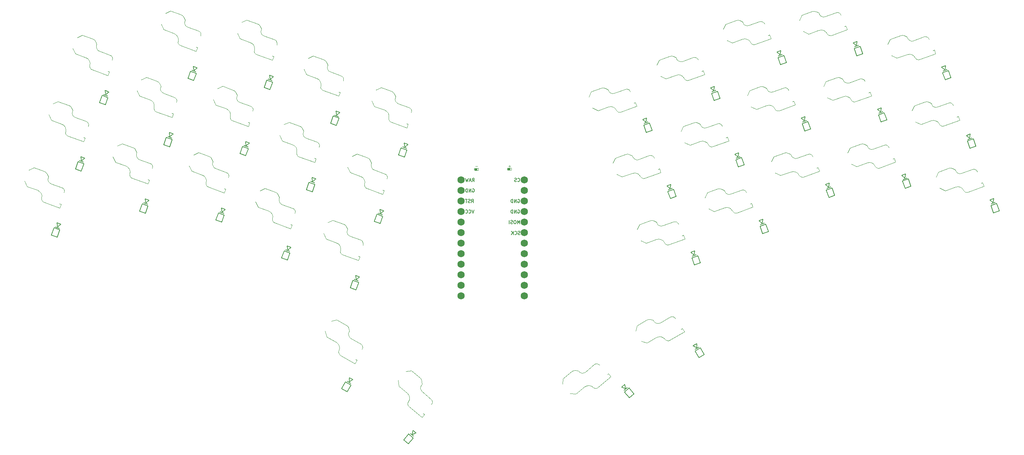
<source format=gbr>
%TF.GenerationSoftware,KiCad,Pcbnew,9.0.1*%
%TF.CreationDate,2025-06-13T02:19:57+02:00*%
%TF.ProjectId,ebbe34,65626265-3334-42e6-9b69-6361645f7063,rev?*%
%TF.SameCoordinates,Original*%
%TF.FileFunction,Legend,Bot*%
%TF.FilePolarity,Positive*%
%FSLAX46Y46*%
G04 Gerber Fmt 4.6, Leading zero omitted, Abs format (unit mm)*
G04 Created by KiCad (PCBNEW 9.0.1) date 2025-06-13 02:19:57*
%MOMM*%
%LPD*%
G01*
G04 APERTURE LIST*
%ADD10C,0.150000*%
%ADD11C,0.100000*%
%ADD12C,0.120000*%
%ADD13C,1.752600*%
G04 APERTURE END LIST*
D10*
X154818767Y-109847457D02*
X154818767Y-109047457D01*
X154818767Y-109047457D02*
X154552101Y-109618885D01*
X154552101Y-109618885D02*
X154285434Y-109047457D01*
X154285434Y-109047457D02*
X154285434Y-109847457D01*
X153752100Y-109047457D02*
X153599719Y-109047457D01*
X153599719Y-109047457D02*
X153523529Y-109085552D01*
X153523529Y-109085552D02*
X153447338Y-109161742D01*
X153447338Y-109161742D02*
X153409243Y-109314123D01*
X153409243Y-109314123D02*
X153409243Y-109580790D01*
X153409243Y-109580790D02*
X153447338Y-109733171D01*
X153447338Y-109733171D02*
X153523529Y-109809362D01*
X153523529Y-109809362D02*
X153599719Y-109847457D01*
X153599719Y-109847457D02*
X153752100Y-109847457D01*
X153752100Y-109847457D02*
X153828291Y-109809362D01*
X153828291Y-109809362D02*
X153904481Y-109733171D01*
X153904481Y-109733171D02*
X153942577Y-109580790D01*
X153942577Y-109580790D02*
X153942577Y-109314123D01*
X153942577Y-109314123D02*
X153904481Y-109161742D01*
X153904481Y-109161742D02*
X153828291Y-109085552D01*
X153828291Y-109085552D02*
X153752100Y-109047457D01*
X153104482Y-109809362D02*
X152990196Y-109847457D01*
X152990196Y-109847457D02*
X152799720Y-109847457D01*
X152799720Y-109847457D02*
X152723529Y-109809362D01*
X152723529Y-109809362D02*
X152685434Y-109771266D01*
X152685434Y-109771266D02*
X152647339Y-109695076D01*
X152647339Y-109695076D02*
X152647339Y-109618885D01*
X152647339Y-109618885D02*
X152685434Y-109542695D01*
X152685434Y-109542695D02*
X152723529Y-109504600D01*
X152723529Y-109504600D02*
X152799720Y-109466504D01*
X152799720Y-109466504D02*
X152952101Y-109428409D01*
X152952101Y-109428409D02*
X153028291Y-109390314D01*
X153028291Y-109390314D02*
X153066386Y-109352219D01*
X153066386Y-109352219D02*
X153104482Y-109276028D01*
X153104482Y-109276028D02*
X153104482Y-109199838D01*
X153104482Y-109199838D02*
X153066386Y-109123647D01*
X153066386Y-109123647D02*
X153028291Y-109085552D01*
X153028291Y-109085552D02*
X152952101Y-109047457D01*
X152952101Y-109047457D02*
X152761624Y-109047457D01*
X152761624Y-109047457D02*
X152647339Y-109085552D01*
X152304481Y-109847457D02*
X152304481Y-109047457D01*
X143373512Y-99677457D02*
X143640179Y-99296504D01*
X143830655Y-99677457D02*
X143830655Y-98877457D01*
X143830655Y-98877457D02*
X143525893Y-98877457D01*
X143525893Y-98877457D02*
X143449703Y-98915552D01*
X143449703Y-98915552D02*
X143411608Y-98953647D01*
X143411608Y-98953647D02*
X143373512Y-99029838D01*
X143373512Y-99029838D02*
X143373512Y-99144123D01*
X143373512Y-99144123D02*
X143411608Y-99220314D01*
X143411608Y-99220314D02*
X143449703Y-99258409D01*
X143449703Y-99258409D02*
X143525893Y-99296504D01*
X143525893Y-99296504D02*
X143830655Y-99296504D01*
X143068751Y-99448885D02*
X142687798Y-99448885D01*
X143144941Y-99677457D02*
X142878274Y-98877457D01*
X142878274Y-98877457D02*
X142611608Y-99677457D01*
X142421132Y-98877457D02*
X142230656Y-99677457D01*
X142230656Y-99677457D02*
X142078275Y-99106028D01*
X142078275Y-99106028D02*
X141925894Y-99677457D01*
X141925894Y-99677457D02*
X141735418Y-98877457D01*
X154860608Y-112409362D02*
X154746322Y-112447457D01*
X154746322Y-112447457D02*
X154555846Y-112447457D01*
X154555846Y-112447457D02*
X154479655Y-112409362D01*
X154479655Y-112409362D02*
X154441560Y-112371266D01*
X154441560Y-112371266D02*
X154403465Y-112295076D01*
X154403465Y-112295076D02*
X154403465Y-112218885D01*
X154403465Y-112218885D02*
X154441560Y-112142695D01*
X154441560Y-112142695D02*
X154479655Y-112104600D01*
X154479655Y-112104600D02*
X154555846Y-112066504D01*
X154555846Y-112066504D02*
X154708227Y-112028409D01*
X154708227Y-112028409D02*
X154784417Y-111990314D01*
X154784417Y-111990314D02*
X154822512Y-111952219D01*
X154822512Y-111952219D02*
X154860608Y-111876028D01*
X154860608Y-111876028D02*
X154860608Y-111799838D01*
X154860608Y-111799838D02*
X154822512Y-111723647D01*
X154822512Y-111723647D02*
X154784417Y-111685552D01*
X154784417Y-111685552D02*
X154708227Y-111647457D01*
X154708227Y-111647457D02*
X154517750Y-111647457D01*
X154517750Y-111647457D02*
X154403465Y-111685552D01*
X153603464Y-112371266D02*
X153641560Y-112409362D01*
X153641560Y-112409362D02*
X153755845Y-112447457D01*
X153755845Y-112447457D02*
X153832036Y-112447457D01*
X153832036Y-112447457D02*
X153946322Y-112409362D01*
X153946322Y-112409362D02*
X154022512Y-112333171D01*
X154022512Y-112333171D02*
X154060607Y-112256981D01*
X154060607Y-112256981D02*
X154098703Y-112104600D01*
X154098703Y-112104600D02*
X154098703Y-111990314D01*
X154098703Y-111990314D02*
X154060607Y-111837933D01*
X154060607Y-111837933D02*
X154022512Y-111761742D01*
X154022512Y-111761742D02*
X153946322Y-111685552D01*
X153946322Y-111685552D02*
X153832036Y-111647457D01*
X153832036Y-111647457D02*
X153755845Y-111647457D01*
X153755845Y-111647457D02*
X153641560Y-111685552D01*
X153641560Y-111685552D02*
X153603464Y-111723647D01*
X153260607Y-112447457D02*
X153260607Y-111647457D01*
X152803464Y-112447457D02*
X153146322Y-111990314D01*
X152803464Y-111647457D02*
X153260607Y-112104600D01*
X143824322Y-106497457D02*
X143557655Y-107297457D01*
X143557655Y-107297457D02*
X143290989Y-106497457D01*
X142567179Y-107221266D02*
X142605275Y-107259362D01*
X142605275Y-107259362D02*
X142719560Y-107297457D01*
X142719560Y-107297457D02*
X142795751Y-107297457D01*
X142795751Y-107297457D02*
X142910037Y-107259362D01*
X142910037Y-107259362D02*
X142986227Y-107183171D01*
X142986227Y-107183171D02*
X143024322Y-107106981D01*
X143024322Y-107106981D02*
X143062418Y-106954600D01*
X143062418Y-106954600D02*
X143062418Y-106840314D01*
X143062418Y-106840314D02*
X143024322Y-106687933D01*
X143024322Y-106687933D02*
X142986227Y-106611742D01*
X142986227Y-106611742D02*
X142910037Y-106535552D01*
X142910037Y-106535552D02*
X142795751Y-106497457D01*
X142795751Y-106497457D02*
X142719560Y-106497457D01*
X142719560Y-106497457D02*
X142605275Y-106535552D01*
X142605275Y-106535552D02*
X142567179Y-106573647D01*
X141767179Y-107221266D02*
X141805275Y-107259362D01*
X141805275Y-107259362D02*
X141919560Y-107297457D01*
X141919560Y-107297457D02*
X141995751Y-107297457D01*
X141995751Y-107297457D02*
X142110037Y-107259362D01*
X142110037Y-107259362D02*
X142186227Y-107183171D01*
X142186227Y-107183171D02*
X142224322Y-107106981D01*
X142224322Y-107106981D02*
X142262418Y-106954600D01*
X142262418Y-106954600D02*
X142262418Y-106840314D01*
X142262418Y-106840314D02*
X142224322Y-106687933D01*
X142224322Y-106687933D02*
X142186227Y-106611742D01*
X142186227Y-106611742D02*
X142110037Y-106535552D01*
X142110037Y-106535552D02*
X141995751Y-106497457D01*
X141995751Y-106497457D02*
X141919560Y-106497457D01*
X141919560Y-106497457D02*
X141805275Y-106535552D01*
X141805275Y-106535552D02*
X141767179Y-106573647D01*
X154365370Y-103995552D02*
X154441560Y-103957457D01*
X154441560Y-103957457D02*
X154555846Y-103957457D01*
X154555846Y-103957457D02*
X154670132Y-103995552D01*
X154670132Y-103995552D02*
X154746322Y-104071742D01*
X154746322Y-104071742D02*
X154784417Y-104147933D01*
X154784417Y-104147933D02*
X154822513Y-104300314D01*
X154822513Y-104300314D02*
X154822513Y-104414600D01*
X154822513Y-104414600D02*
X154784417Y-104566981D01*
X154784417Y-104566981D02*
X154746322Y-104643171D01*
X154746322Y-104643171D02*
X154670132Y-104719362D01*
X154670132Y-104719362D02*
X154555846Y-104757457D01*
X154555846Y-104757457D02*
X154479655Y-104757457D01*
X154479655Y-104757457D02*
X154365370Y-104719362D01*
X154365370Y-104719362D02*
X154327274Y-104681266D01*
X154327274Y-104681266D02*
X154327274Y-104414600D01*
X154327274Y-104414600D02*
X154479655Y-104414600D01*
X153984417Y-104757457D02*
X153984417Y-103957457D01*
X153984417Y-103957457D02*
X153527274Y-104757457D01*
X153527274Y-104757457D02*
X153527274Y-103957457D01*
X153146322Y-104757457D02*
X153146322Y-103957457D01*
X153146322Y-103957457D02*
X152955846Y-103957457D01*
X152955846Y-103957457D02*
X152841560Y-103995552D01*
X152841560Y-103995552D02*
X152765370Y-104071742D01*
X152765370Y-104071742D02*
X152727275Y-104147933D01*
X152727275Y-104147933D02*
X152689179Y-104300314D01*
X152689179Y-104300314D02*
X152689179Y-104414600D01*
X152689179Y-104414600D02*
X152727275Y-104566981D01*
X152727275Y-104566981D02*
X152765370Y-104643171D01*
X152765370Y-104643171D02*
X152841560Y-104719362D01*
X152841560Y-104719362D02*
X152955846Y-104757457D01*
X152955846Y-104757457D02*
X153146322Y-104757457D01*
X143449703Y-101455552D02*
X143525893Y-101417457D01*
X143525893Y-101417457D02*
X143640179Y-101417457D01*
X143640179Y-101417457D02*
X143754465Y-101455552D01*
X143754465Y-101455552D02*
X143830655Y-101531742D01*
X143830655Y-101531742D02*
X143868750Y-101607933D01*
X143868750Y-101607933D02*
X143906846Y-101760314D01*
X143906846Y-101760314D02*
X143906846Y-101874600D01*
X143906846Y-101874600D02*
X143868750Y-102026981D01*
X143868750Y-102026981D02*
X143830655Y-102103171D01*
X143830655Y-102103171D02*
X143754465Y-102179362D01*
X143754465Y-102179362D02*
X143640179Y-102217457D01*
X143640179Y-102217457D02*
X143563988Y-102217457D01*
X143563988Y-102217457D02*
X143449703Y-102179362D01*
X143449703Y-102179362D02*
X143411607Y-102141266D01*
X143411607Y-102141266D02*
X143411607Y-101874600D01*
X143411607Y-101874600D02*
X143563988Y-101874600D01*
X143068750Y-102217457D02*
X143068750Y-101417457D01*
X143068750Y-101417457D02*
X142611607Y-102217457D01*
X142611607Y-102217457D02*
X142611607Y-101417457D01*
X142230655Y-102217457D02*
X142230655Y-101417457D01*
X142230655Y-101417457D02*
X142040179Y-101417457D01*
X142040179Y-101417457D02*
X141925893Y-101455552D01*
X141925893Y-101455552D02*
X141849703Y-101531742D01*
X141849703Y-101531742D02*
X141811608Y-101607933D01*
X141811608Y-101607933D02*
X141773512Y-101760314D01*
X141773512Y-101760314D02*
X141773512Y-101874600D01*
X141773512Y-101874600D02*
X141811608Y-102026981D01*
X141811608Y-102026981D02*
X141849703Y-102103171D01*
X141849703Y-102103171D02*
X141925893Y-102179362D01*
X141925893Y-102179362D02*
X142040179Y-102217457D01*
X142040179Y-102217457D02*
X142230655Y-102217457D01*
X143144941Y-104757457D02*
X143411608Y-104376504D01*
X143602084Y-104757457D02*
X143602084Y-103957457D01*
X143602084Y-103957457D02*
X143297322Y-103957457D01*
X143297322Y-103957457D02*
X143221132Y-103995552D01*
X143221132Y-103995552D02*
X143183037Y-104033647D01*
X143183037Y-104033647D02*
X143144941Y-104109838D01*
X143144941Y-104109838D02*
X143144941Y-104224123D01*
X143144941Y-104224123D02*
X143183037Y-104300314D01*
X143183037Y-104300314D02*
X143221132Y-104338409D01*
X143221132Y-104338409D02*
X143297322Y-104376504D01*
X143297322Y-104376504D02*
X143602084Y-104376504D01*
X142840180Y-104719362D02*
X142725894Y-104757457D01*
X142725894Y-104757457D02*
X142535418Y-104757457D01*
X142535418Y-104757457D02*
X142459227Y-104719362D01*
X142459227Y-104719362D02*
X142421132Y-104681266D01*
X142421132Y-104681266D02*
X142383037Y-104605076D01*
X142383037Y-104605076D02*
X142383037Y-104528885D01*
X142383037Y-104528885D02*
X142421132Y-104452695D01*
X142421132Y-104452695D02*
X142459227Y-104414600D01*
X142459227Y-104414600D02*
X142535418Y-104376504D01*
X142535418Y-104376504D02*
X142687799Y-104338409D01*
X142687799Y-104338409D02*
X142763989Y-104300314D01*
X142763989Y-104300314D02*
X142802084Y-104262219D01*
X142802084Y-104262219D02*
X142840180Y-104186028D01*
X142840180Y-104186028D02*
X142840180Y-104109838D01*
X142840180Y-104109838D02*
X142802084Y-104033647D01*
X142802084Y-104033647D02*
X142763989Y-103995552D01*
X142763989Y-103995552D02*
X142687799Y-103957457D01*
X142687799Y-103957457D02*
X142497322Y-103957457D01*
X142497322Y-103957457D02*
X142383037Y-103995552D01*
X142154465Y-103957457D02*
X141697322Y-103957457D01*
X141925894Y-104757457D02*
X141925894Y-103957457D01*
X154365370Y-106535552D02*
X154441560Y-106497457D01*
X154441560Y-106497457D02*
X154555846Y-106497457D01*
X154555846Y-106497457D02*
X154670132Y-106535552D01*
X154670132Y-106535552D02*
X154746322Y-106611742D01*
X154746322Y-106611742D02*
X154784417Y-106687933D01*
X154784417Y-106687933D02*
X154822513Y-106840314D01*
X154822513Y-106840314D02*
X154822513Y-106954600D01*
X154822513Y-106954600D02*
X154784417Y-107106981D01*
X154784417Y-107106981D02*
X154746322Y-107183171D01*
X154746322Y-107183171D02*
X154670132Y-107259362D01*
X154670132Y-107259362D02*
X154555846Y-107297457D01*
X154555846Y-107297457D02*
X154479655Y-107297457D01*
X154479655Y-107297457D02*
X154365370Y-107259362D01*
X154365370Y-107259362D02*
X154327274Y-107221266D01*
X154327274Y-107221266D02*
X154327274Y-106954600D01*
X154327274Y-106954600D02*
X154479655Y-106954600D01*
X153984417Y-107297457D02*
X153984417Y-106497457D01*
X153984417Y-106497457D02*
X153527274Y-107297457D01*
X153527274Y-107297457D02*
X153527274Y-106497457D01*
X153146322Y-107297457D02*
X153146322Y-106497457D01*
X153146322Y-106497457D02*
X152955846Y-106497457D01*
X152955846Y-106497457D02*
X152841560Y-106535552D01*
X152841560Y-106535552D02*
X152765370Y-106611742D01*
X152765370Y-106611742D02*
X152727275Y-106687933D01*
X152727275Y-106687933D02*
X152689179Y-106840314D01*
X152689179Y-106840314D02*
X152689179Y-106954600D01*
X152689179Y-106954600D02*
X152727275Y-107106981D01*
X152727275Y-107106981D02*
X152765370Y-107183171D01*
X152765370Y-107183171D02*
X152841560Y-107259362D01*
X152841560Y-107259362D02*
X152955846Y-107297457D01*
X152955846Y-107297457D02*
X153146322Y-107297457D01*
X154329957Y-99601266D02*
X154368053Y-99639362D01*
X154368053Y-99639362D02*
X154482338Y-99677457D01*
X154482338Y-99677457D02*
X154558529Y-99677457D01*
X154558529Y-99677457D02*
X154672815Y-99639362D01*
X154672815Y-99639362D02*
X154749005Y-99563171D01*
X154749005Y-99563171D02*
X154787100Y-99486981D01*
X154787100Y-99486981D02*
X154825196Y-99334600D01*
X154825196Y-99334600D02*
X154825196Y-99220314D01*
X154825196Y-99220314D02*
X154787100Y-99067933D01*
X154787100Y-99067933D02*
X154749005Y-98991742D01*
X154749005Y-98991742D02*
X154672815Y-98915552D01*
X154672815Y-98915552D02*
X154558529Y-98877457D01*
X154558529Y-98877457D02*
X154482338Y-98877457D01*
X154482338Y-98877457D02*
X154368053Y-98915552D01*
X154368053Y-98915552D02*
X154329957Y-98953647D01*
X154025196Y-99639362D02*
X153910910Y-99677457D01*
X153910910Y-99677457D02*
X153720434Y-99677457D01*
X153720434Y-99677457D02*
X153644243Y-99639362D01*
X153644243Y-99639362D02*
X153606148Y-99601266D01*
X153606148Y-99601266D02*
X153568053Y-99525076D01*
X153568053Y-99525076D02*
X153568053Y-99448885D01*
X153568053Y-99448885D02*
X153606148Y-99372695D01*
X153606148Y-99372695D02*
X153644243Y-99334600D01*
X153644243Y-99334600D02*
X153720434Y-99296504D01*
X153720434Y-99296504D02*
X153872815Y-99258409D01*
X153872815Y-99258409D02*
X153949005Y-99220314D01*
X153949005Y-99220314D02*
X153987100Y-99182219D01*
X153987100Y-99182219D02*
X154025196Y-99106028D01*
X154025196Y-99106028D02*
X154025196Y-99029838D01*
X154025196Y-99029838D02*
X153987100Y-98953647D01*
X153987100Y-98953647D02*
X153949005Y-98915552D01*
X153949005Y-98915552D02*
X153872815Y-98877457D01*
X153872815Y-98877457D02*
X153682338Y-98877457D01*
X153682338Y-98877457D02*
X153568053Y-98915552D01*
D11*
%TO.C,Bat-1*%
X143846447Y-96699999D02*
X144200000Y-96700000D01*
X143846447Y-96700000D02*
X144200000Y-96700001D01*
X143949999Y-96449999D02*
X144803550Y-96449999D01*
X144126774Y-95949999D02*
X144626777Y-95950001D01*
X144803552Y-96949999D02*
X143949999Y-96950000D01*
X143949998Y-96949999D02*
G75*
G02*
X143949999Y-96449999I250002J249999D01*
G01*
X144803551Y-96449999D02*
G75*
G02*
X144803552Y-96949999I-250011J-250001D01*
G01*
X144449998Y-96949998D02*
X143949998Y-96949999D01*
X143949999Y-96450002D01*
X144449998Y-96450000D01*
X144449998Y-96949998D01*
G36*
X144449998Y-96949998D02*
G01*
X143949998Y-96949999D01*
X143949999Y-96450002D01*
X144449998Y-96450000D01*
X144449998Y-96949998D01*
G37*
D12*
%TO.C,S31*%
X108324411Y-137083701D02*
X107950699Y-135688989D01*
X109440446Y-133276673D02*
X110720411Y-132933707D01*
X110616781Y-138407200D02*
X108324411Y-137083701D01*
X110720411Y-132933707D02*
X113099383Y-134307207D01*
X111050987Y-138779133D02*
X110616781Y-138407200D01*
X111158912Y-140698201D02*
X111236899Y-140399128D01*
X111197055Y-141018137D02*
X111158912Y-140698201D01*
X111236899Y-140399128D02*
X111382530Y-139838884D01*
X111316312Y-139277575D02*
X111050987Y-138779133D01*
X111349346Y-141302361D02*
X111197055Y-141018137D01*
X111382530Y-139838884D02*
X111316312Y-139277575D01*
X111588313Y-141508457D02*
X111349346Y-141302361D01*
X113099383Y-134307207D02*
X113408391Y-134577989D01*
X113408391Y-134577989D02*
X113590072Y-134947310D01*
X113530508Y-136290477D02*
X113558318Y-136730308D01*
X113558318Y-136730308D02*
X113754150Y-137125120D01*
X113590072Y-134947310D02*
X113785164Y-135675400D01*
X113674164Y-135867658D02*
X113530508Y-136290477D01*
X113754150Y-137125120D02*
X114089969Y-137419463D01*
X113785164Y-135675400D02*
X113674164Y-135867658D01*
X114089969Y-137419463D02*
X116514840Y-138819462D01*
X115126893Y-143551457D02*
X111588313Y-141508457D01*
X115283527Y-142554161D02*
X115597893Y-142735661D01*
X115597893Y-142735661D02*
X115126893Y-143551457D01*
X116514840Y-138819462D02*
X116765530Y-139039255D01*
X116765530Y-139039255D02*
X116916115Y-139344433D01*
X116916115Y-139344433D02*
X116938294Y-139684019D01*
X116938294Y-139684019D02*
X116798407Y-140096311D01*
%TO.C,S16*%
X177283103Y-95243564D02*
X177843122Y-94042599D01*
X177843122Y-94042599D02*
X180424458Y-93103070D01*
X179482083Y-98545606D02*
X178173454Y-97935383D01*
X180424458Y-93103070D02*
X180830516Y-93040411D01*
X180830516Y-93040411D02*
X181230213Y-93138630D01*
X181230213Y-93138630D02*
X181913366Y-93457189D01*
X181913366Y-93457189D02*
X181989295Y-93665801D01*
X181969449Y-97640279D02*
X179482083Y-98545606D01*
X181989295Y-93665801D02*
X182220854Y-94047630D01*
X182220854Y-94047630D02*
X182575659Y-94309045D01*
X182533469Y-97546731D02*
X181969449Y-97640279D01*
X182575659Y-94309045D02*
X183003979Y-94412810D01*
X183003979Y-94412810D02*
X183445320Y-94344757D01*
X183085846Y-97663872D02*
X182533469Y-97546731D01*
X183445320Y-94344757D02*
X186076460Y-93387101D01*
X183558396Y-97973950D02*
X183085846Y-97663872D01*
X183893958Y-98445627D02*
X183558396Y-97973950D01*
X184072933Y-98697610D02*
X183893958Y-98445627D01*
X184342535Y-98874041D02*
X184072933Y-98697610D01*
X184658155Y-98940075D02*
X184342535Y-98874041D01*
X184969638Y-98889490D02*
X184658155Y-98940075D01*
X186076460Y-93387101D02*
X186405971Y-93336340D01*
X186405971Y-93336340D02*
X186736545Y-93417150D01*
X186736545Y-93417150D02*
X187010939Y-93618441D01*
X187010939Y-93618441D02*
X187236855Y-93990618D01*
X188145931Y-96730958D02*
X188487040Y-96606806D01*
X188487040Y-96606806D02*
X188809223Y-97491996D01*
X188809223Y-97491996D02*
X184969638Y-98889490D01*
%TO.C,S21*%
X36140483Y-100850545D02*
X35530260Y-99541916D01*
X36578479Y-96907557D02*
X37779444Y-96347538D01*
X37779444Y-96347538D02*
X40360779Y-97287067D01*
X38627850Y-101755872D02*
X36140483Y-100850545D01*
X39120045Y-102046755D02*
X38627850Y-101755872D01*
X39467893Y-102491551D02*
X39120045Y-102046755D01*
X39559573Y-103917928D02*
X39584440Y-103609853D01*
X39584440Y-103609853D02*
X39630573Y-103032834D01*
X39630573Y-103032834D02*
X39467893Y-102491551D01*
X39652692Y-104226379D02*
X39559573Y-103917928D01*
X39852025Y-104479840D02*
X39652692Y-104226379D01*
X40123150Y-104641308D02*
X39852025Y-104479840D01*
X40360779Y-97287067D02*
X40712114Y-97500076D01*
X40712114Y-97500076D02*
X40955166Y-97832237D01*
X40955166Y-97832237D02*
X41273726Y-98515390D01*
X41129746Y-99165343D02*
X41233509Y-99593663D01*
X41197797Y-98724002D02*
X41129746Y-99165343D01*
X41233509Y-99593663D02*
X41494923Y-99948469D01*
X41273726Y-98515390D02*
X41197797Y-98724002D01*
X41494923Y-99948469D02*
X41876753Y-100180028D01*
X41876753Y-100180028D02*
X44507891Y-101137684D01*
X43943809Y-105029458D02*
X44284917Y-105153612D01*
X43962734Y-106038802D02*
X40123150Y-104641308D01*
X44284917Y-105153612D02*
X43962734Y-106038802D01*
X44507891Y-101137684D02*
X44792942Y-101310603D01*
X44792942Y-101310603D02*
X44994232Y-101584998D01*
X44994232Y-101584998D02*
X45075042Y-101915574D01*
X45075042Y-101915574D02*
X45008873Y-102345893D01*
%TO.C,S23*%
X75783758Y-97188508D02*
X75173535Y-95879879D01*
X76221754Y-93245520D02*
X77422719Y-92685501D01*
X77422719Y-92685501D02*
X80004054Y-93625030D01*
X78271125Y-98093835D02*
X75783758Y-97188508D01*
X78763320Y-98384718D02*
X78271125Y-98093835D01*
X79111168Y-98829514D02*
X78763320Y-98384718D01*
X79202848Y-100255891D02*
X79227715Y-99947816D01*
X79227715Y-99947816D02*
X79273848Y-99370797D01*
X79273848Y-99370797D02*
X79111168Y-98829514D01*
X79295967Y-100564342D02*
X79202848Y-100255891D01*
X79495300Y-100817803D02*
X79295967Y-100564342D01*
X79766425Y-100979271D02*
X79495300Y-100817803D01*
X80004054Y-93625030D02*
X80355389Y-93838039D01*
X80355389Y-93838039D02*
X80598441Y-94170200D01*
X80598441Y-94170200D02*
X80917001Y-94853353D01*
X80773021Y-95503306D02*
X80876784Y-95931626D01*
X80841072Y-95061965D02*
X80773021Y-95503306D01*
X80876784Y-95931626D02*
X81138198Y-96286432D01*
X80917001Y-94853353D02*
X80841072Y-95061965D01*
X81138198Y-96286432D02*
X81520028Y-96517991D01*
X81520028Y-96517991D02*
X84151166Y-97475647D01*
X83587084Y-101367421D02*
X83928192Y-101491575D01*
X83606009Y-102376765D02*
X79766425Y-100979271D01*
X83928192Y-101491575D02*
X83606009Y-102376765D01*
X84151166Y-97475647D02*
X84436217Y-97648566D01*
X84436217Y-97648566D02*
X84637507Y-97922961D01*
X84637507Y-97922961D02*
X84718317Y-98253537D01*
X84718317Y-98253537D02*
X84652148Y-98683856D01*
%TO.C,S27*%
X199466809Y-103564336D02*
X200026828Y-102363371D01*
X200026828Y-102363371D02*
X202608164Y-101423842D01*
X201665789Y-106866378D02*
X200357160Y-106256155D01*
X202608164Y-101423842D02*
X203014222Y-101361183D01*
X203014222Y-101361183D02*
X203413919Y-101459402D01*
X203413919Y-101459402D02*
X204097072Y-101777961D01*
X204097072Y-101777961D02*
X204173001Y-101986573D01*
X204153155Y-105961051D02*
X201665789Y-106866378D01*
X204173001Y-101986573D02*
X204404560Y-102368402D01*
X204404560Y-102368402D02*
X204759365Y-102629817D01*
X204717175Y-105867503D02*
X204153155Y-105961051D01*
X204759365Y-102629817D02*
X205187685Y-102733582D01*
X205187685Y-102733582D02*
X205629026Y-102665529D01*
X205269552Y-105984644D02*
X204717175Y-105867503D01*
X205629026Y-102665529D02*
X208260166Y-101707873D01*
X205742102Y-106294722D02*
X205269552Y-105984644D01*
X206077664Y-106766399D02*
X205742102Y-106294722D01*
X206256639Y-107018382D02*
X206077664Y-106766399D01*
X206526241Y-107194813D02*
X206256639Y-107018382D01*
X206841861Y-107260847D02*
X206526241Y-107194813D01*
X207153344Y-107210262D02*
X206841861Y-107260847D01*
X208260166Y-101707873D02*
X208589677Y-101657112D01*
X208589677Y-101657112D02*
X208920251Y-101737922D01*
X208920251Y-101737922D02*
X209194645Y-101939213D01*
X209194645Y-101939213D02*
X209420561Y-102311390D01*
X210329637Y-105051730D02*
X210670746Y-104927578D01*
X210670746Y-104927578D02*
X210992929Y-105812768D01*
X210992929Y-105812768D02*
X207153344Y-107210262D01*
%TO.C,S13*%
X81598104Y-81213734D02*
X80987881Y-79905105D01*
X82036100Y-77270746D02*
X83237065Y-76710727D01*
X83237065Y-76710727D02*
X85818400Y-77650256D01*
X84085471Y-82119061D02*
X81598104Y-81213734D01*
X84577666Y-82409944D02*
X84085471Y-82119061D01*
X84925514Y-82854740D02*
X84577666Y-82409944D01*
X85017194Y-84281117D02*
X85042061Y-83973042D01*
X85042061Y-83973042D02*
X85088194Y-83396023D01*
X85088194Y-83396023D02*
X84925514Y-82854740D01*
X85110313Y-84589568D02*
X85017194Y-84281117D01*
X85309646Y-84843029D02*
X85110313Y-84589568D01*
X85580771Y-85004497D02*
X85309646Y-84843029D01*
X85818400Y-77650256D02*
X86169735Y-77863265D01*
X86169735Y-77863265D02*
X86412787Y-78195426D01*
X86412787Y-78195426D02*
X86731347Y-78878579D01*
X86587367Y-79528532D02*
X86691130Y-79956852D01*
X86655418Y-79087191D02*
X86587367Y-79528532D01*
X86691130Y-79956852D02*
X86952544Y-80311658D01*
X86731347Y-78878579D02*
X86655418Y-79087191D01*
X86952544Y-80311658D02*
X87334374Y-80543217D01*
X87334374Y-80543217D02*
X89965512Y-81500873D01*
X89401430Y-85392647D02*
X89742538Y-85516801D01*
X89420355Y-86401991D02*
X85580771Y-85004497D01*
X89742538Y-85516801D02*
X89420355Y-86401991D01*
X89965512Y-81500873D02*
X90250563Y-81673792D01*
X90250563Y-81673792D02*
X90451853Y-81948187D01*
X90451853Y-81948187D02*
X90532663Y-82278763D01*
X90532663Y-82278763D02*
X90466494Y-82709082D01*
D11*
%TO.C,Bat+1*%
X151825497Y-96687501D02*
X152179049Y-96687502D01*
X151825498Y-96687500D02*
X152179049Y-96687504D01*
X151886152Y-96687500D02*
X152386152Y-96687499D01*
X151929049Y-96437502D02*
X152782600Y-96437500D01*
X152136152Y-95937499D02*
X152636151Y-95937499D01*
X152136152Y-96437498D02*
X152136151Y-96937498D01*
X152386151Y-96187500D02*
X152386152Y-95687502D01*
X152782603Y-96937499D02*
X151929048Y-96937499D01*
X151929048Y-96937499D02*
G75*
G02*
X151929047Y-96437500I250004J250000D01*
G01*
X152782602Y-96437499D02*
G75*
G02*
X152782602Y-96937499I-250010J-250000D01*
G01*
X152429048Y-96937501D02*
X151929048Y-96937499D01*
X151929047Y-96437504D01*
X152429046Y-96437501D01*
X152429048Y-96937501D01*
G36*
X152429048Y-96937501D02*
G01*
X151929048Y-96937499D01*
X151929047Y-96437504D01*
X152429046Y-96437501D01*
X152429048Y-96937501D01*
G37*
D12*
%TO.C,S4*%
X103418427Y-73891368D02*
X102808204Y-72582739D01*
X103856423Y-69948380D02*
X105057388Y-69388361D01*
X105057388Y-69388361D02*
X107638723Y-70327890D01*
X105905794Y-74796695D02*
X103418427Y-73891368D01*
X106397989Y-75087578D02*
X105905794Y-74796695D01*
X106745837Y-75532374D02*
X106397989Y-75087578D01*
X106837517Y-76958751D02*
X106862384Y-76650676D01*
X106862384Y-76650676D02*
X106908517Y-76073657D01*
X106908517Y-76073657D02*
X106745837Y-75532374D01*
X106930636Y-77267202D02*
X106837517Y-76958751D01*
X107129969Y-77520663D02*
X106930636Y-77267202D01*
X107401094Y-77682131D02*
X107129969Y-77520663D01*
X107638723Y-70327890D02*
X107990058Y-70540899D01*
X107990058Y-70540899D02*
X108233110Y-70873060D01*
X108233110Y-70873060D02*
X108551670Y-71556213D01*
X108407690Y-72206166D02*
X108511453Y-72634486D01*
X108475741Y-71764825D02*
X108407690Y-72206166D01*
X108511453Y-72634486D02*
X108772867Y-72989292D01*
X108551670Y-71556213D02*
X108475741Y-71764825D01*
X108772867Y-72989292D02*
X109154697Y-73220851D01*
X109154697Y-73220851D02*
X111785835Y-74178507D01*
X111221753Y-78070281D02*
X111562861Y-78194435D01*
X111240678Y-79079625D02*
X107401094Y-77682131D01*
X111562861Y-78194435D02*
X111240678Y-79079625D01*
X111785835Y-74178507D02*
X112070886Y-74351426D01*
X112070886Y-74351426D02*
X112272176Y-74625821D01*
X112272176Y-74625821D02*
X112352986Y-74956397D01*
X112352986Y-74956397D02*
X112286817Y-75386716D01*
%TO.C,S10*%
X243487373Y-66624406D02*
X244047392Y-65423441D01*
X244047392Y-65423441D02*
X246628728Y-64483912D01*
X245686353Y-69926448D02*
X244377724Y-69316225D01*
X246628728Y-64483912D02*
X247034786Y-64421253D01*
X247034786Y-64421253D02*
X247434483Y-64519472D01*
X247434483Y-64519472D02*
X248117636Y-64838031D01*
X248117636Y-64838031D02*
X248193565Y-65046643D01*
X248173719Y-69021121D02*
X245686353Y-69926448D01*
X248193565Y-65046643D02*
X248425124Y-65428472D01*
X248425124Y-65428472D02*
X248779929Y-65689887D01*
X248737739Y-68927573D02*
X248173719Y-69021121D01*
X248779929Y-65689887D02*
X249208249Y-65793652D01*
X249208249Y-65793652D02*
X249649590Y-65725599D01*
X249290116Y-69044714D02*
X248737739Y-68927573D01*
X249649590Y-65725599D02*
X252280730Y-64767943D01*
X249762666Y-69354792D02*
X249290116Y-69044714D01*
X250098228Y-69826469D02*
X249762666Y-69354792D01*
X250277203Y-70078452D02*
X250098228Y-69826469D01*
X250546805Y-70254883D02*
X250277203Y-70078452D01*
X250862425Y-70320917D02*
X250546805Y-70254883D01*
X251173908Y-70270332D02*
X250862425Y-70320917D01*
X252280730Y-64767943D02*
X252610241Y-64717182D01*
X252610241Y-64717182D02*
X252940815Y-64797992D01*
X252940815Y-64797992D02*
X253215209Y-64999283D01*
X253215209Y-64999283D02*
X253441125Y-65371460D01*
X254350201Y-68111800D02*
X254691310Y-67987648D01*
X254691310Y-67987648D02*
X255013493Y-68872838D01*
X255013493Y-68872838D02*
X251173908Y-70270332D01*
%TO.C,S18*%
X209658444Y-78937140D02*
X210218463Y-77736175D01*
X210218463Y-77736175D02*
X212799799Y-76796646D01*
X211857424Y-82239182D02*
X210548795Y-81628959D01*
X212799799Y-76796646D02*
X213205857Y-76733987D01*
X213205857Y-76733987D02*
X213605554Y-76832206D01*
X213605554Y-76832206D02*
X214288707Y-77150765D01*
X214288707Y-77150765D02*
X214364636Y-77359377D01*
X214344790Y-81333855D02*
X211857424Y-82239182D01*
X214364636Y-77359377D02*
X214596195Y-77741206D01*
X214596195Y-77741206D02*
X214951000Y-78002621D01*
X214908810Y-81240307D02*
X214344790Y-81333855D01*
X214951000Y-78002621D02*
X215379320Y-78106386D01*
X215379320Y-78106386D02*
X215820661Y-78038333D01*
X215461187Y-81357448D02*
X214908810Y-81240307D01*
X215820661Y-78038333D02*
X218451801Y-77080677D01*
X215933737Y-81667526D02*
X215461187Y-81357448D01*
X216269299Y-82139203D02*
X215933737Y-81667526D01*
X216448274Y-82391186D02*
X216269299Y-82139203D01*
X216717876Y-82567617D02*
X216448274Y-82391186D01*
X217033496Y-82633651D02*
X216717876Y-82567617D01*
X217344979Y-82583066D02*
X217033496Y-82633651D01*
X218451801Y-77080677D02*
X218781312Y-77029916D01*
X218781312Y-77029916D02*
X219111886Y-77110726D01*
X219111886Y-77110726D02*
X219386280Y-77312017D01*
X219386280Y-77312017D02*
X219612196Y-77684194D01*
X220521272Y-80424534D02*
X220862381Y-80300382D01*
X220862381Y-80300382D02*
X221184564Y-81185572D01*
X221184564Y-81185572D02*
X217344979Y-82583066D01*
%TO.C,S22*%
X57415708Y-95025836D02*
X56805485Y-93717207D01*
X57853704Y-91082848D02*
X59054669Y-90522829D01*
X59054669Y-90522829D02*
X61636004Y-91462358D01*
X59903075Y-95931163D02*
X57415708Y-95025836D01*
X60395270Y-96222046D02*
X59903075Y-95931163D01*
X60743118Y-96666842D02*
X60395270Y-96222046D01*
X60834798Y-98093219D02*
X60859665Y-97785144D01*
X60859665Y-97785144D02*
X60905798Y-97208125D01*
X60905798Y-97208125D02*
X60743118Y-96666842D01*
X60927917Y-98401670D02*
X60834798Y-98093219D01*
X61127250Y-98655131D02*
X60927917Y-98401670D01*
X61398375Y-98816599D02*
X61127250Y-98655131D01*
X61636004Y-91462358D02*
X61987339Y-91675367D01*
X61987339Y-91675367D02*
X62230391Y-92007528D01*
X62230391Y-92007528D02*
X62548951Y-92690681D01*
X62404971Y-93340634D02*
X62508734Y-93768954D01*
X62473022Y-92899293D02*
X62404971Y-93340634D01*
X62508734Y-93768954D02*
X62770148Y-94123760D01*
X62548951Y-92690681D02*
X62473022Y-92899293D01*
X62770148Y-94123760D02*
X63151978Y-94355319D01*
X63151978Y-94355319D02*
X65783116Y-95312975D01*
X65219034Y-99204749D02*
X65560142Y-99328903D01*
X65237959Y-100214093D02*
X61398375Y-98816599D01*
X65560142Y-99328903D02*
X65237959Y-100214093D01*
X65783116Y-95312975D02*
X66068167Y-95485894D01*
X66068167Y-95485894D02*
X66269457Y-95760289D01*
X66269457Y-95760289D02*
X66350267Y-96090865D01*
X66350267Y-96090865D02*
X66284098Y-96521184D01*
%TO.C,S9*%
X222212158Y-60799700D02*
X222772177Y-59598735D01*
X222772177Y-59598735D02*
X225353513Y-58659206D01*
X224411138Y-64101742D02*
X223102509Y-63491519D01*
X225353513Y-58659206D02*
X225759571Y-58596547D01*
X225759571Y-58596547D02*
X226159268Y-58694766D01*
X226159268Y-58694766D02*
X226842421Y-59013325D01*
X226842421Y-59013325D02*
X226918350Y-59221937D01*
X226898504Y-63196415D02*
X224411138Y-64101742D01*
X226918350Y-59221937D02*
X227149909Y-59603766D01*
X227149909Y-59603766D02*
X227504714Y-59865181D01*
X227462524Y-63102867D02*
X226898504Y-63196415D01*
X227504714Y-59865181D02*
X227933034Y-59968946D01*
X227933034Y-59968946D02*
X228374375Y-59900893D01*
X228014901Y-63220008D02*
X227462524Y-63102867D01*
X228374375Y-59900893D02*
X231005515Y-58943237D01*
X228487451Y-63530086D02*
X228014901Y-63220008D01*
X228823013Y-64001763D02*
X228487451Y-63530086D01*
X229001988Y-64253746D02*
X228823013Y-64001763D01*
X229271590Y-64430177D02*
X229001988Y-64253746D01*
X229587210Y-64496211D02*
X229271590Y-64430177D01*
X229898693Y-64445626D02*
X229587210Y-64496211D01*
X231005515Y-58943237D02*
X231335026Y-58892476D01*
X231335026Y-58892476D02*
X231665600Y-58973286D01*
X231665600Y-58973286D02*
X231939994Y-59174577D01*
X231939994Y-59174577D02*
X232165910Y-59546754D01*
X233074986Y-62287094D02*
X233416095Y-62162942D01*
X233416095Y-62162942D02*
X233738278Y-63048132D01*
X233738278Y-63048132D02*
X229898693Y-64445626D01*
%TO.C,S29*%
X233840844Y-92749244D02*
X234400863Y-91548279D01*
X234400863Y-91548279D02*
X236982199Y-90608750D01*
X236039824Y-96051286D02*
X234731195Y-95441063D01*
X236982199Y-90608750D02*
X237388257Y-90546091D01*
X237388257Y-90546091D02*
X237787954Y-90644310D01*
X237787954Y-90644310D02*
X238471107Y-90962869D01*
X238471107Y-90962869D02*
X238547036Y-91171481D01*
X238527190Y-95145959D02*
X236039824Y-96051286D01*
X238547036Y-91171481D02*
X238778595Y-91553310D01*
X238778595Y-91553310D02*
X239133400Y-91814725D01*
X239091210Y-95052411D02*
X238527190Y-95145959D01*
X239133400Y-91814725D02*
X239561720Y-91918490D01*
X239561720Y-91918490D02*
X240003061Y-91850437D01*
X239643587Y-95169552D02*
X239091210Y-95052411D01*
X240003061Y-91850437D02*
X242634201Y-90892781D01*
X240116137Y-95479630D02*
X239643587Y-95169552D01*
X240451699Y-95951307D02*
X240116137Y-95479630D01*
X240630674Y-96203290D02*
X240451699Y-95951307D01*
X240900276Y-96379721D02*
X240630674Y-96203290D01*
X241215896Y-96445755D02*
X240900276Y-96379721D01*
X241527379Y-96395170D02*
X241215896Y-96445755D01*
X242634201Y-90892781D02*
X242963712Y-90842020D01*
X242963712Y-90842020D02*
X243294286Y-90922830D01*
X243294286Y-90922830D02*
X243568680Y-91124121D01*
X243568680Y-91124121D02*
X243794596Y-91496298D01*
X244703672Y-94236638D02*
X245044781Y-94112486D01*
X245044781Y-94112486D02*
X245366964Y-94997676D01*
X245366964Y-94997676D02*
X241527379Y-96395170D01*
%TO.C,S3*%
X87412434Y-65238953D02*
X86802211Y-63930324D01*
X87850430Y-61295965D02*
X89051395Y-60735946D01*
X89051395Y-60735946D02*
X91632730Y-61675475D01*
X89899801Y-66144280D02*
X87412434Y-65238953D01*
X90391996Y-66435163D02*
X89899801Y-66144280D01*
X90739844Y-66879959D02*
X90391996Y-66435163D01*
X90831524Y-68306336D02*
X90856391Y-67998261D01*
X90856391Y-67998261D02*
X90902524Y-67421242D01*
X90902524Y-67421242D02*
X90739844Y-66879959D01*
X90924643Y-68614787D02*
X90831524Y-68306336D01*
X91123976Y-68868248D02*
X90924643Y-68614787D01*
X91395101Y-69029716D02*
X91123976Y-68868248D01*
X91632730Y-61675475D02*
X91984065Y-61888484D01*
X91984065Y-61888484D02*
X92227117Y-62220645D01*
X92227117Y-62220645D02*
X92545677Y-62903798D01*
X92401697Y-63553751D02*
X92505460Y-63982071D01*
X92469748Y-63112410D02*
X92401697Y-63553751D01*
X92505460Y-63982071D02*
X92766874Y-64336877D01*
X92545677Y-62903798D02*
X92469748Y-63112410D01*
X92766874Y-64336877D02*
X93148704Y-64568436D01*
X93148704Y-64568436D02*
X95779842Y-65526092D01*
X95215760Y-69417866D02*
X95556868Y-69542020D01*
X95234685Y-70427210D02*
X91395101Y-69029716D01*
X95556868Y-69542020D02*
X95234685Y-70427210D01*
X95779842Y-65526092D02*
X96064893Y-65699011D01*
X96064893Y-65699011D02*
X96266183Y-65973406D01*
X96266183Y-65973406D02*
X96346993Y-66303982D01*
X96346993Y-66303982D02*
X96280824Y-66734301D01*
%TO.C,S1*%
X47769166Y-68901001D02*
X47158943Y-67592372D01*
X48207162Y-64958013D02*
X49408127Y-64397994D01*
X49408127Y-64397994D02*
X51989462Y-65337523D01*
X50256533Y-69806328D02*
X47769166Y-68901001D01*
X50748728Y-70097211D02*
X50256533Y-69806328D01*
X51096576Y-70542007D02*
X50748728Y-70097211D01*
X51188256Y-71968384D02*
X51213123Y-71660309D01*
X51213123Y-71660309D02*
X51259256Y-71083290D01*
X51259256Y-71083290D02*
X51096576Y-70542007D01*
X51281375Y-72276835D02*
X51188256Y-71968384D01*
X51480708Y-72530296D02*
X51281375Y-72276835D01*
X51751833Y-72691764D02*
X51480708Y-72530296D01*
X51989462Y-65337523D02*
X52340797Y-65550532D01*
X52340797Y-65550532D02*
X52583849Y-65882693D01*
X52583849Y-65882693D02*
X52902409Y-66565846D01*
X52758429Y-67215799D02*
X52862192Y-67644119D01*
X52826480Y-66774458D02*
X52758429Y-67215799D01*
X52862192Y-67644119D02*
X53123606Y-67998925D01*
X52902409Y-66565846D02*
X52826480Y-66774458D01*
X53123606Y-67998925D02*
X53505436Y-68230484D01*
X53505436Y-68230484D02*
X56136574Y-69188140D01*
X55572492Y-73079914D02*
X55913600Y-73204068D01*
X55591417Y-74089258D02*
X51751833Y-72691764D01*
X55913600Y-73204068D02*
X55591417Y-74089258D01*
X56136574Y-69188140D02*
X56421625Y-69361059D01*
X56421625Y-69361059D02*
X56622915Y-69635454D01*
X56622915Y-69635454D02*
X56703725Y-69966030D01*
X56703725Y-69966030D02*
X56637556Y-70396349D01*
%TO.C,S20*%
X249301724Y-82599180D02*
X249861743Y-81398215D01*
X249861743Y-81398215D02*
X252443079Y-80458686D01*
X251500704Y-85901222D02*
X250192075Y-85290999D01*
X252443079Y-80458686D02*
X252849137Y-80396027D01*
X252849137Y-80396027D02*
X253248834Y-80494246D01*
X253248834Y-80494246D02*
X253931987Y-80812805D01*
X253931987Y-80812805D02*
X254007916Y-81021417D01*
X253988070Y-84995895D02*
X251500704Y-85901222D01*
X254007916Y-81021417D02*
X254239475Y-81403246D01*
X254239475Y-81403246D02*
X254594280Y-81664661D01*
X254552090Y-84902347D02*
X253988070Y-84995895D01*
X254594280Y-81664661D02*
X255022600Y-81768426D01*
X255022600Y-81768426D02*
X255463941Y-81700373D01*
X255104467Y-85019488D02*
X254552090Y-84902347D01*
X255463941Y-81700373D02*
X258095081Y-80742717D01*
X255577017Y-85329566D02*
X255104467Y-85019488D01*
X255912579Y-85801243D02*
X255577017Y-85329566D01*
X256091554Y-86053226D02*
X255912579Y-85801243D01*
X256361156Y-86229657D02*
X256091554Y-86053226D01*
X256676776Y-86295691D02*
X256361156Y-86229657D01*
X256988259Y-86245106D02*
X256676776Y-86295691D01*
X258095081Y-80742717D02*
X258424592Y-80691956D01*
X258424592Y-80691956D02*
X258755166Y-80772766D01*
X258755166Y-80772766D02*
X259029560Y-80974057D01*
X259029560Y-80974057D02*
X259255476Y-81346234D01*
X260164552Y-84086574D02*
X260505661Y-83962422D01*
X260505661Y-83962422D02*
X260827844Y-84847612D01*
X260827844Y-84847612D02*
X256988259Y-86245106D01*
%TO.C,S11*%
X41954822Y-84875777D02*
X41344599Y-83567148D01*
X42392818Y-80932789D02*
X43593783Y-80372770D01*
X43593783Y-80372770D02*
X46175118Y-81312299D01*
X44442189Y-85781104D02*
X41954822Y-84875777D01*
X44934384Y-86071987D02*
X44442189Y-85781104D01*
X45282232Y-86516783D02*
X44934384Y-86071987D01*
X45373912Y-87943160D02*
X45398779Y-87635085D01*
X45398779Y-87635085D02*
X45444912Y-87058066D01*
X45444912Y-87058066D02*
X45282232Y-86516783D01*
X45467031Y-88251611D02*
X45373912Y-87943160D01*
X45666364Y-88505072D02*
X45467031Y-88251611D01*
X45937489Y-88666540D02*
X45666364Y-88505072D01*
X46175118Y-81312299D02*
X46526453Y-81525308D01*
X46526453Y-81525308D02*
X46769505Y-81857469D01*
X46769505Y-81857469D02*
X47088065Y-82540622D01*
X46944085Y-83190575D02*
X47047848Y-83618895D01*
X47012136Y-82749234D02*
X46944085Y-83190575D01*
X47047848Y-83618895D02*
X47309262Y-83973701D01*
X47088065Y-82540622D02*
X47012136Y-82749234D01*
X47309262Y-83973701D02*
X47691092Y-84205260D01*
X47691092Y-84205260D02*
X50322230Y-85162916D01*
X49758148Y-89054690D02*
X50099256Y-89178844D01*
X49777073Y-90064034D02*
X45937489Y-88666540D01*
X50099256Y-89178844D02*
X49777073Y-90064034D01*
X50322230Y-85162916D02*
X50607281Y-85335835D01*
X50607281Y-85335835D02*
X50808571Y-85610230D01*
X50808571Y-85610230D02*
X50889381Y-85940806D01*
X50889381Y-85940806D02*
X50823212Y-86371125D01*
%TO.C,S28*%
X215472791Y-94911922D02*
X216032810Y-93710957D01*
X216032810Y-93710957D02*
X218614146Y-92771428D01*
X217671771Y-98213964D02*
X216363142Y-97603741D01*
X218614146Y-92771428D02*
X219020204Y-92708769D01*
X219020204Y-92708769D02*
X219419901Y-92806988D01*
X219419901Y-92806988D02*
X220103054Y-93125547D01*
X220103054Y-93125547D02*
X220178983Y-93334159D01*
X220159137Y-97308637D02*
X217671771Y-98213964D01*
X220178983Y-93334159D02*
X220410542Y-93715988D01*
X220410542Y-93715988D02*
X220765347Y-93977403D01*
X220723157Y-97215089D02*
X220159137Y-97308637D01*
X220765347Y-93977403D02*
X221193667Y-94081168D01*
X221193667Y-94081168D02*
X221635008Y-94013115D01*
X221275534Y-97332230D02*
X220723157Y-97215089D01*
X221635008Y-94013115D02*
X224266148Y-93055459D01*
X221748084Y-97642308D02*
X221275534Y-97332230D01*
X222083646Y-98113985D02*
X221748084Y-97642308D01*
X222262621Y-98365968D02*
X222083646Y-98113985D01*
X222532223Y-98542399D02*
X222262621Y-98365968D01*
X222847843Y-98608433D02*
X222532223Y-98542399D01*
X223159326Y-98557848D02*
X222847843Y-98608433D01*
X224266148Y-93055459D02*
X224595659Y-93004698D01*
X224595659Y-93004698D02*
X224926233Y-93085508D01*
X224926233Y-93085508D02*
X225200627Y-93286799D01*
X225200627Y-93286799D02*
X225426543Y-93658976D01*
X226335619Y-96399316D02*
X226676728Y-96275164D01*
X226676728Y-96275164D02*
X226998911Y-97160354D01*
X226998911Y-97160354D02*
X223159326Y-98557848D01*
%TO.C,S2*%
X69044384Y-63076282D02*
X68434161Y-61767653D01*
X69482380Y-59133294D02*
X70683345Y-58573275D01*
X70683345Y-58573275D02*
X73264680Y-59512804D01*
X71531751Y-63981609D02*
X69044384Y-63076282D01*
X72023946Y-64272492D02*
X71531751Y-63981609D01*
X72371794Y-64717288D02*
X72023946Y-64272492D01*
X72463474Y-66143665D02*
X72488341Y-65835590D01*
X72488341Y-65835590D02*
X72534474Y-65258571D01*
X72534474Y-65258571D02*
X72371794Y-64717288D01*
X72556593Y-66452116D02*
X72463474Y-66143665D01*
X72755926Y-66705577D02*
X72556593Y-66452116D01*
X73027051Y-66867045D02*
X72755926Y-66705577D01*
X73264680Y-59512804D02*
X73616015Y-59725813D01*
X73616015Y-59725813D02*
X73859067Y-60057974D01*
X73859067Y-60057974D02*
X74177627Y-60741127D01*
X74033647Y-61391080D02*
X74137410Y-61819400D01*
X74101698Y-60949739D02*
X74033647Y-61391080D01*
X74137410Y-61819400D02*
X74398824Y-62174206D01*
X74177627Y-60741127D02*
X74101698Y-60949739D01*
X74398824Y-62174206D02*
X74780654Y-62405765D01*
X74780654Y-62405765D02*
X77411792Y-63363421D01*
X76847710Y-67255195D02*
X77188818Y-67379349D01*
X76866635Y-68264539D02*
X73027051Y-66867045D01*
X77188818Y-67379349D02*
X76866635Y-68264539D01*
X77411792Y-63363421D02*
X77696843Y-63536340D01*
X77696843Y-63536340D02*
X77898133Y-63810735D01*
X77898133Y-63810735D02*
X77978943Y-64141311D01*
X77978943Y-64141311D02*
X77912774Y-64571630D01*
%TO.C,S12*%
X63230054Y-79051066D02*
X62619831Y-77742437D01*
X63668050Y-75108078D02*
X64869015Y-74548059D01*
X64869015Y-74548059D02*
X67450350Y-75487588D01*
X65717421Y-79956393D02*
X63230054Y-79051066D01*
X66209616Y-80247276D02*
X65717421Y-79956393D01*
X66557464Y-80692072D02*
X66209616Y-80247276D01*
X66649144Y-82118449D02*
X66674011Y-81810374D01*
X66674011Y-81810374D02*
X66720144Y-81233355D01*
X66720144Y-81233355D02*
X66557464Y-80692072D01*
X66742263Y-82426900D02*
X66649144Y-82118449D01*
X66941596Y-82680361D02*
X66742263Y-82426900D01*
X67212721Y-82841829D02*
X66941596Y-82680361D01*
X67450350Y-75487588D02*
X67801685Y-75700597D01*
X67801685Y-75700597D02*
X68044737Y-76032758D01*
X68044737Y-76032758D02*
X68363297Y-76715911D01*
X68219317Y-77365864D02*
X68323080Y-77794184D01*
X68287368Y-76924523D02*
X68219317Y-77365864D01*
X68323080Y-77794184D02*
X68584494Y-78148990D01*
X68363297Y-76715911D02*
X68287368Y-76924523D01*
X68584494Y-78148990D02*
X68966324Y-78380549D01*
X68966324Y-78380549D02*
X71597462Y-79338205D01*
X71033380Y-83229979D02*
X71374488Y-83354133D01*
X71052305Y-84239323D02*
X67212721Y-82841829D01*
X71374488Y-83354133D02*
X71052305Y-84239323D01*
X71597462Y-79338205D02*
X71882513Y-79511124D01*
X71882513Y-79511124D02*
X72083803Y-79785519D01*
X72083803Y-79785519D02*
X72164613Y-80116095D01*
X72164613Y-80116095D02*
X72098444Y-80546414D01*
%TO.C,S26*%
X183097450Y-111218334D02*
X183657469Y-110017369D01*
X183657469Y-110017369D02*
X186238805Y-109077840D01*
X185296430Y-114520376D02*
X183987801Y-113910153D01*
X186238805Y-109077840D02*
X186644863Y-109015181D01*
X186644863Y-109015181D02*
X187044560Y-109113400D01*
X187044560Y-109113400D02*
X187727713Y-109431959D01*
X187727713Y-109431959D02*
X187803642Y-109640571D01*
X187783796Y-113615049D02*
X185296430Y-114520376D01*
X187803642Y-109640571D02*
X188035201Y-110022400D01*
X188035201Y-110022400D02*
X188390006Y-110283815D01*
X188347816Y-113521501D02*
X187783796Y-113615049D01*
X188390006Y-110283815D02*
X188818326Y-110387580D01*
X188818326Y-110387580D02*
X189259667Y-110319527D01*
X188900193Y-113638642D02*
X188347816Y-113521501D01*
X189259667Y-110319527D02*
X191890807Y-109361871D01*
X189372743Y-113948720D02*
X188900193Y-113638642D01*
X189708305Y-114420397D02*
X189372743Y-113948720D01*
X189887280Y-114672380D02*
X189708305Y-114420397D01*
X190156882Y-114848811D02*
X189887280Y-114672380D01*
X190472502Y-114914845D02*
X190156882Y-114848811D01*
X190783985Y-114864260D02*
X190472502Y-114914845D01*
X191890807Y-109361871D02*
X192220318Y-109311110D01*
X192220318Y-109311110D02*
X192550892Y-109391920D01*
X192550892Y-109391920D02*
X192825286Y-109593211D01*
X192825286Y-109593211D02*
X193051202Y-109965388D01*
X193960278Y-112705728D02*
X194301387Y-112581576D01*
X194301387Y-112581576D02*
X194623570Y-113466766D01*
X194623570Y-113466766D02*
X190783985Y-114864260D01*
%TO.C,S8*%
X203844108Y-62962357D02*
X204404127Y-61761392D01*
X204404127Y-61761392D02*
X206985463Y-60821863D01*
X206043088Y-66264399D02*
X204734459Y-65654176D01*
X206985463Y-60821863D02*
X207391521Y-60759204D01*
X207391521Y-60759204D02*
X207791218Y-60857423D01*
X207791218Y-60857423D02*
X208474371Y-61175982D01*
X208474371Y-61175982D02*
X208550300Y-61384594D01*
X208530454Y-65359072D02*
X206043088Y-66264399D01*
X208550300Y-61384594D02*
X208781859Y-61766423D01*
X208781859Y-61766423D02*
X209136664Y-62027838D01*
X209094474Y-65265524D02*
X208530454Y-65359072D01*
X209136664Y-62027838D02*
X209564984Y-62131603D01*
X209564984Y-62131603D02*
X210006325Y-62063550D01*
X209646851Y-65382665D02*
X209094474Y-65265524D01*
X210006325Y-62063550D02*
X212637465Y-61105894D01*
X210119401Y-65692743D02*
X209646851Y-65382665D01*
X210454963Y-66164420D02*
X210119401Y-65692743D01*
X210633938Y-66416403D02*
X210454963Y-66164420D01*
X210903540Y-66592834D02*
X210633938Y-66416403D01*
X211219160Y-66658868D02*
X210903540Y-66592834D01*
X211530643Y-66608283D02*
X211219160Y-66658868D01*
X212637465Y-61105894D02*
X212966976Y-61055133D01*
X212966976Y-61055133D02*
X213297550Y-61135943D01*
X213297550Y-61135943D02*
X213571944Y-61337234D01*
X213571944Y-61337234D02*
X213797860Y-61709411D01*
X214706936Y-64449751D02*
X215048045Y-64325599D01*
X215048045Y-64325599D02*
X215370228Y-65210789D01*
X215370228Y-65210789D02*
X211530643Y-66608283D01*
%TO.C,S24*%
X91789736Y-105840926D02*
X91179513Y-104532297D01*
X92227732Y-101897938D02*
X93428697Y-101337919D01*
X93428697Y-101337919D02*
X96010032Y-102277448D01*
X94277103Y-106746253D02*
X91789736Y-105840926D01*
X94769298Y-107037136D02*
X94277103Y-106746253D01*
X95117146Y-107481932D02*
X94769298Y-107037136D01*
X95208826Y-108908309D02*
X95233693Y-108600234D01*
X95233693Y-108600234D02*
X95279826Y-108023215D01*
X95279826Y-108023215D02*
X95117146Y-107481932D01*
X95301945Y-109216760D02*
X95208826Y-108908309D01*
X95501278Y-109470221D02*
X95301945Y-109216760D01*
X95772403Y-109631689D02*
X95501278Y-109470221D01*
X96010032Y-102277448D02*
X96361367Y-102490457D01*
X96361367Y-102490457D02*
X96604419Y-102822618D01*
X96604419Y-102822618D02*
X96922979Y-103505771D01*
X96778999Y-104155724D02*
X96882762Y-104584044D01*
X96847050Y-103714383D02*
X96778999Y-104155724D01*
X96882762Y-104584044D02*
X97144176Y-104938850D01*
X96922979Y-103505771D02*
X96847050Y-103714383D01*
X97144176Y-104938850D02*
X97526006Y-105170409D01*
X97526006Y-105170409D02*
X100157144Y-106128065D01*
X99593062Y-110019839D02*
X99934170Y-110143993D01*
X99611987Y-111029183D02*
X95772403Y-109631689D01*
X99934170Y-110143993D02*
X99611987Y-111029183D01*
X100157144Y-106128065D02*
X100442195Y-106300984D01*
X100442195Y-106300984D02*
X100643485Y-106575379D01*
X100643485Y-106575379D02*
X100724295Y-106905955D01*
X100724295Y-106905955D02*
X100658126Y-107336274D01*
%TO.C,S34*%
X182747308Y-135656484D02*
X183090273Y-134376519D01*
X183090273Y-134376519D02*
X185469246Y-133003017D01*
X185469246Y-133003017D02*
X185858253Y-132870799D01*
X185486273Y-138526512D02*
X184091561Y-138152800D01*
X185858253Y-132870799D02*
X186268933Y-132898120D01*
X186268933Y-132898120D02*
X186997026Y-133093211D01*
X186997026Y-133093211D02*
X187108026Y-133285469D01*
X187108026Y-133285469D02*
X187402370Y-133621288D01*
X187402370Y-133621288D02*
X187797180Y-133817119D01*
X187778643Y-137203012D02*
X185486273Y-138526512D01*
X187797180Y-133817119D02*
X188237011Y-133844930D01*
X188237011Y-133844930D02*
X188659831Y-133701274D01*
X188317849Y-137012944D02*
X187778643Y-137203012D01*
X188659831Y-133701274D02*
X191084702Y-132301274D01*
X188882174Y-137032386D02*
X188317849Y-137012944D01*
X189401392Y-137255695D02*
X188882174Y-137032386D01*
X189813760Y-137661938D02*
X189401392Y-137255695D01*
X190033774Y-137879013D02*
X189813760Y-137661938D01*
X190329917Y-138005948D02*
X190033774Y-137879013D01*
X190652208Y-138016172D02*
X190329917Y-138005948D01*
X190950175Y-137912268D02*
X190652208Y-138016172D01*
X191084702Y-132301274D02*
X191400392Y-132194066D01*
X191400392Y-132194066D02*
X191739978Y-132216245D01*
X191739978Y-132216245D02*
X192045157Y-132366830D01*
X192045157Y-132366830D02*
X192332268Y-132694122D01*
X193703388Y-135234972D02*
X194017756Y-135053473D01*
X194017756Y-135053473D02*
X194488755Y-135869268D01*
X194488755Y-135869268D02*
X190950175Y-137912268D01*
%TO.C,S33*%
X165148304Y-148504040D02*
X165263796Y-147183964D01*
X165263796Y-147183964D02*
X167368120Y-145418226D01*
X167368120Y-145418226D02*
X167728259Y-145220467D01*
X167728259Y-145220467D02*
X168137444Y-145176057D01*
X168137444Y-145176057D02*
X168888352Y-145241753D01*
X168344034Y-150854849D02*
X166905618Y-150729002D01*
X168888352Y-145241753D02*
X169031051Y-145411815D01*
X169031051Y-145411815D02*
X169379238Y-145691420D01*
X169379238Y-145691420D02*
X169802056Y-145815718D01*
X169802056Y-145815718D02*
X170240034Y-145766731D01*
X170240034Y-145766731D02*
X170631484Y-145551835D01*
X170371754Y-149153390D02*
X168344034Y-150854849D01*
X170631484Y-145551835D02*
X172776408Y-143752030D01*
X170869762Y-148872578D02*
X170371754Y-149153390D01*
X171428892Y-148793732D02*
X170869762Y-148872578D01*
X171978998Y-148923486D02*
X171428892Y-148793732D01*
X172455644Y-149251950D02*
X171978998Y-148923486D01*
X172710010Y-149427523D02*
X172455644Y-149251950D01*
X172776408Y-143752030D02*
X173068686Y-143591631D01*
X173023696Y-149501104D02*
X172710010Y-149427523D01*
X173068686Y-143591631D02*
X173406965Y-143554505D01*
X173342867Y-149455207D02*
X173023696Y-149501104D01*
X173406965Y-143554505D02*
X173733655Y-143649808D01*
X173618265Y-149301140D02*
X173342867Y-149455207D01*
X173733655Y-143649808D02*
X174073239Y-143922272D01*
X175864742Y-146186428D02*
X176142816Y-145953096D01*
X176142816Y-145953096D02*
X176748323Y-146674709D01*
X176748323Y-146674709D02*
X173618265Y-149301140D01*
%TO.C,S25*%
X108159118Y-113494914D02*
X107548895Y-112186285D01*
X108597114Y-109551926D02*
X109798079Y-108991907D01*
X109798079Y-108991907D02*
X112379414Y-109931436D01*
X110646485Y-114400241D02*
X108159118Y-113494914D01*
X111138680Y-114691124D02*
X110646485Y-114400241D01*
X111486528Y-115135920D02*
X111138680Y-114691124D01*
X111578208Y-116562297D02*
X111603075Y-116254222D01*
X111603075Y-116254222D02*
X111649208Y-115677203D01*
X111649208Y-115677203D02*
X111486528Y-115135920D01*
X111671327Y-116870748D02*
X111578208Y-116562297D01*
X111870660Y-117124209D02*
X111671327Y-116870748D01*
X112141785Y-117285677D02*
X111870660Y-117124209D01*
X112379414Y-109931436D02*
X112730749Y-110144445D01*
X112730749Y-110144445D02*
X112973801Y-110476606D01*
X112973801Y-110476606D02*
X113292361Y-111159759D01*
X113148381Y-111809712D02*
X113252144Y-112238032D01*
X113216432Y-111368371D02*
X113148381Y-111809712D01*
X113252144Y-112238032D02*
X113513558Y-112592838D01*
X113292361Y-111159759D02*
X113216432Y-111368371D01*
X113513558Y-112592838D02*
X113895388Y-112824397D01*
X113895388Y-112824397D02*
X116526526Y-113782053D01*
X115962444Y-117673827D02*
X116303552Y-117797981D01*
X115981369Y-118683171D02*
X112141785Y-117285677D01*
X116303552Y-117797981D02*
X115981369Y-118683171D01*
X116526526Y-113782053D02*
X116811577Y-113954972D01*
X116811577Y-113954972D02*
X117012867Y-114229367D01*
X117012867Y-114229367D02*
X117093677Y-114559943D01*
X117093677Y-114559943D02*
X117027508Y-114990262D01*
%TO.C,S5*%
X119787787Y-81545365D02*
X119177564Y-80236736D01*
X120225783Y-77602377D02*
X121426748Y-77042358D01*
X121426748Y-77042358D02*
X124008083Y-77981887D01*
X122275154Y-82450692D02*
X119787787Y-81545365D01*
X122767349Y-82741575D02*
X122275154Y-82450692D01*
X123115197Y-83186371D02*
X122767349Y-82741575D01*
X123206877Y-84612748D02*
X123231744Y-84304673D01*
X123231744Y-84304673D02*
X123277877Y-83727654D01*
X123277877Y-83727654D02*
X123115197Y-83186371D01*
X123299996Y-84921199D02*
X123206877Y-84612748D01*
X123499329Y-85174660D02*
X123299996Y-84921199D01*
X123770454Y-85336128D02*
X123499329Y-85174660D01*
X124008083Y-77981887D02*
X124359418Y-78194896D01*
X124359418Y-78194896D02*
X124602470Y-78527057D01*
X124602470Y-78527057D02*
X124921030Y-79210210D01*
X124777050Y-79860163D02*
X124880813Y-80288483D01*
X124845101Y-79418822D02*
X124777050Y-79860163D01*
X124880813Y-80288483D02*
X125142227Y-80643289D01*
X124921030Y-79210210D02*
X124845101Y-79418822D01*
X125142227Y-80643289D02*
X125524057Y-80874848D01*
X125524057Y-80874848D02*
X128155195Y-81832504D01*
X127591113Y-85724278D02*
X127932221Y-85848432D01*
X127610038Y-86733622D02*
X123770454Y-85336128D01*
X127932221Y-85848432D02*
X127610038Y-86733622D01*
X128155195Y-81832504D02*
X128440246Y-82005423D01*
X128440246Y-82005423D02*
X128641536Y-82279818D01*
X128641536Y-82279818D02*
X128722346Y-82610394D01*
X128722346Y-82610394D02*
X128656177Y-83040713D01*
%TO.C,S6*%
X171468754Y-79268780D02*
X172028773Y-78067815D01*
X172028773Y-78067815D02*
X174610109Y-77128286D01*
X173667734Y-82570822D02*
X172359105Y-81960599D01*
X174610109Y-77128286D02*
X175016167Y-77065627D01*
X175016167Y-77065627D02*
X175415864Y-77163846D01*
X175415864Y-77163846D02*
X176099017Y-77482405D01*
X176099017Y-77482405D02*
X176174946Y-77691017D01*
X176155100Y-81665495D02*
X173667734Y-82570822D01*
X176174946Y-77691017D02*
X176406505Y-78072846D01*
X176406505Y-78072846D02*
X176761310Y-78334261D01*
X176719120Y-81571947D02*
X176155100Y-81665495D01*
X176761310Y-78334261D02*
X177189630Y-78438026D01*
X177189630Y-78438026D02*
X177630971Y-78369973D01*
X177271497Y-81689088D02*
X176719120Y-81571947D01*
X177630971Y-78369973D02*
X180262111Y-77412317D01*
X177744047Y-81999166D02*
X177271497Y-81689088D01*
X178079609Y-82470843D02*
X177744047Y-81999166D01*
X178258584Y-82722826D02*
X178079609Y-82470843D01*
X178528186Y-82899257D02*
X178258584Y-82722826D01*
X178843806Y-82965291D02*
X178528186Y-82899257D01*
X179155289Y-82914706D02*
X178843806Y-82965291D01*
X180262111Y-77412317D02*
X180591622Y-77361556D01*
X180591622Y-77361556D02*
X180922196Y-77442366D01*
X180922196Y-77442366D02*
X181196590Y-77643657D01*
X181196590Y-77643657D02*
X181422506Y-78015834D01*
X182331582Y-80756174D02*
X182672691Y-80632022D01*
X182672691Y-80632022D02*
X182994874Y-81517212D01*
X182994874Y-81517212D02*
X179155289Y-82914706D01*
%TO.C,S7*%
X187838132Y-71614782D02*
X188398151Y-70413817D01*
X188398151Y-70413817D02*
X190979487Y-69474288D01*
X190037112Y-74916824D02*
X188728483Y-74306601D01*
X190979487Y-69474288D02*
X191385545Y-69411629D01*
X191385545Y-69411629D02*
X191785242Y-69509848D01*
X191785242Y-69509848D02*
X192468395Y-69828407D01*
X192468395Y-69828407D02*
X192544324Y-70037019D01*
X192524478Y-74011497D02*
X190037112Y-74916824D01*
X192544324Y-70037019D02*
X192775883Y-70418848D01*
X192775883Y-70418848D02*
X193130688Y-70680263D01*
X193088498Y-73917949D02*
X192524478Y-74011497D01*
X193130688Y-70680263D02*
X193559008Y-70784028D01*
X193559008Y-70784028D02*
X194000349Y-70715975D01*
X193640875Y-74035090D02*
X193088498Y-73917949D01*
X194000349Y-70715975D02*
X196631489Y-69758319D01*
X194113425Y-74345168D02*
X193640875Y-74035090D01*
X194448987Y-74816845D02*
X194113425Y-74345168D01*
X194627962Y-75068828D02*
X194448987Y-74816845D01*
X194897564Y-75245259D02*
X194627962Y-75068828D01*
X195213184Y-75311293D02*
X194897564Y-75245259D01*
X195524667Y-75260708D02*
X195213184Y-75311293D01*
X196631489Y-69758319D02*
X196961000Y-69707558D01*
X196961000Y-69707558D02*
X197291574Y-69788368D01*
X197291574Y-69788368D02*
X197565968Y-69989659D01*
X197565968Y-69989659D02*
X197791884Y-70361836D01*
X198700960Y-73102176D02*
X199042069Y-72978024D01*
X199042069Y-72978024D02*
X199364252Y-73863214D01*
X199364252Y-73863214D02*
X195524667Y-75260708D01*
%TO.C,S19*%
X228026496Y-76774468D02*
X228586515Y-75573503D01*
X228586515Y-75573503D02*
X231167851Y-74633974D01*
X230225476Y-80076510D02*
X228916847Y-79466287D01*
X231167851Y-74633974D02*
X231573909Y-74571315D01*
X231573909Y-74571315D02*
X231973606Y-74669534D01*
X231973606Y-74669534D02*
X232656759Y-74988093D01*
X232656759Y-74988093D02*
X232732688Y-75196705D01*
X232712842Y-79171183D02*
X230225476Y-80076510D01*
X232732688Y-75196705D02*
X232964247Y-75578534D01*
X232964247Y-75578534D02*
X233319052Y-75839949D01*
X233276862Y-79077635D02*
X232712842Y-79171183D01*
X233319052Y-75839949D02*
X233747372Y-75943714D01*
X233747372Y-75943714D02*
X234188713Y-75875661D01*
X233829239Y-79194776D02*
X233276862Y-79077635D01*
X234188713Y-75875661D02*
X236819853Y-74918005D01*
X234301789Y-79504854D02*
X233829239Y-79194776D01*
X234637351Y-79976531D02*
X234301789Y-79504854D01*
X234816326Y-80228514D02*
X234637351Y-79976531D01*
X235085928Y-80404945D02*
X234816326Y-80228514D01*
X235401548Y-80470979D02*
X235085928Y-80404945D01*
X235713031Y-80420394D02*
X235401548Y-80470979D01*
X236819853Y-74918005D02*
X237149364Y-74867244D01*
X237149364Y-74867244D02*
X237479938Y-74948054D01*
X237479938Y-74948054D02*
X237754332Y-75149345D01*
X237754332Y-75149345D02*
X237980248Y-75521522D01*
X238889324Y-78261862D02*
X239230433Y-78137710D01*
X239230433Y-78137710D02*
X239552616Y-79022900D01*
X239552616Y-79022900D02*
X235713031Y-80420394D01*
%TO.C,S15*%
X113973446Y-97520142D02*
X113363223Y-96211513D01*
X114411442Y-93577154D02*
X115612407Y-93017135D01*
X115612407Y-93017135D02*
X118193742Y-93956664D01*
X116460813Y-98425469D02*
X113973446Y-97520142D01*
X116953008Y-98716352D02*
X116460813Y-98425469D01*
X117300856Y-99161148D02*
X116953008Y-98716352D01*
X117392536Y-100587525D02*
X117417403Y-100279450D01*
X117417403Y-100279450D02*
X117463536Y-99702431D01*
X117463536Y-99702431D02*
X117300856Y-99161148D01*
X117485655Y-100895976D02*
X117392536Y-100587525D01*
X117684988Y-101149437D02*
X117485655Y-100895976D01*
X117956113Y-101310905D02*
X117684988Y-101149437D01*
X118193742Y-93956664D02*
X118545077Y-94169673D01*
X118545077Y-94169673D02*
X118788129Y-94501834D01*
X118788129Y-94501834D02*
X119106689Y-95184987D01*
X118962709Y-95834940D02*
X119066472Y-96263260D01*
X119030760Y-95393599D02*
X118962709Y-95834940D01*
X119066472Y-96263260D02*
X119327886Y-96618066D01*
X119106689Y-95184987D02*
X119030760Y-95393599D01*
X119327886Y-96618066D02*
X119709716Y-96849625D01*
X119709716Y-96849625D02*
X122340854Y-97807281D01*
X121776772Y-101699055D02*
X122117880Y-101823209D01*
X121795697Y-102708399D02*
X117956113Y-101310905D01*
X122117880Y-101823209D02*
X121795697Y-102708399D01*
X122340854Y-97807281D02*
X122625905Y-97980200D01*
X122625905Y-97980200D02*
X122827195Y-98254595D01*
X122827195Y-98254595D02*
X122908005Y-98585171D01*
X122908005Y-98585171D02*
X122841836Y-99015490D01*
%TO.C,S32*%
X125662967Y-148953482D02*
X125537123Y-147515065D01*
X127423130Y-145398089D02*
X128743205Y-145282597D01*
X127690687Y-150654941D02*
X125662967Y-148953482D01*
X127808761Y-153326975D02*
X127826754Y-153005277D01*
X127826754Y-153005277D02*
X127955489Y-152724286D01*
X127909384Y-153633327D02*
X127808761Y-153326975D01*
X127955489Y-152724286D02*
X128196193Y-152197845D01*
X128053711Y-151096623D02*
X127690687Y-150654941D01*
X128108933Y-153877787D02*
X127909384Y-153633327D01*
X128196193Y-152197845D02*
X128228453Y-151633565D01*
X128228453Y-151633565D02*
X128053711Y-151096623D01*
X128743205Y-145282597D02*
X130847530Y-147048336D01*
X130847530Y-147048336D02*
X131104823Y-147368662D01*
X130878725Y-149514317D02*
X131003023Y-149937135D01*
X130927713Y-149076339D02*
X130878725Y-149514317D01*
X131003023Y-149937135D02*
X131282628Y-150285322D01*
X131104823Y-147368662D02*
X131219611Y-147763918D01*
X131142609Y-148684889D02*
X130927713Y-149076339D01*
X131219611Y-147763918D02*
X131285307Y-148514827D01*
X131238990Y-156504217D02*
X128108933Y-153877787D01*
X131282628Y-150285322D02*
X133427556Y-152085127D01*
X131285307Y-148514827D02*
X131142609Y-148684889D01*
X131566423Y-155549271D02*
X131844496Y-155782604D01*
X131844496Y-155782604D02*
X131238990Y-156504217D01*
X133427556Y-152085127D02*
X133636268Y-152345112D01*
X133636268Y-152345112D02*
X133731572Y-152671802D01*
X133694445Y-153010081D02*
X133485089Y-153391818D01*
X133731572Y-152671802D02*
X133694445Y-153010081D01*
%TO.C,S14*%
X97604078Y-89866154D02*
X96993855Y-88557525D01*
X98042074Y-85923166D02*
X99243039Y-85363147D01*
X99243039Y-85363147D02*
X101824374Y-86302676D01*
X100091445Y-90771481D02*
X97604078Y-89866154D01*
X100583640Y-91062364D02*
X100091445Y-90771481D01*
X100931488Y-91507160D02*
X100583640Y-91062364D01*
X101023168Y-92933537D02*
X101048035Y-92625462D01*
X101048035Y-92625462D02*
X101094168Y-92048443D01*
X101094168Y-92048443D02*
X100931488Y-91507160D01*
X101116287Y-93241988D02*
X101023168Y-92933537D01*
X101315620Y-93495449D02*
X101116287Y-93241988D01*
X101586745Y-93656917D02*
X101315620Y-93495449D01*
X101824374Y-86302676D02*
X102175709Y-86515685D01*
X102175709Y-86515685D02*
X102418761Y-86847846D01*
X102418761Y-86847846D02*
X102737321Y-87530999D01*
X102593341Y-88180952D02*
X102697104Y-88609272D01*
X102661392Y-87739611D02*
X102593341Y-88180952D01*
X102697104Y-88609272D02*
X102958518Y-88964078D01*
X102737321Y-87530999D02*
X102661392Y-87739611D01*
X102958518Y-88964078D02*
X103340348Y-89195637D01*
X103340348Y-89195637D02*
X105971486Y-90153293D01*
X105407404Y-94045067D02*
X105748512Y-94169221D01*
X105426329Y-95054411D02*
X101586745Y-93656917D01*
X105748512Y-94169221D02*
X105426329Y-95054411D01*
X105971486Y-90153293D02*
X106256537Y-90326212D01*
X106256537Y-90326212D02*
X106457827Y-90600607D01*
X106457827Y-90600607D02*
X106538637Y-90931183D01*
X106538637Y-90931183D02*
X106472468Y-91361502D01*
%TO.C,S30*%
X255116076Y-98573963D02*
X255676095Y-97372998D01*
X255676095Y-97372998D02*
X258257431Y-96433469D01*
X257315056Y-101876005D02*
X256006427Y-101265782D01*
X258257431Y-96433469D02*
X258663489Y-96370810D01*
X258663489Y-96370810D02*
X259063186Y-96469029D01*
X259063186Y-96469029D02*
X259746339Y-96787588D01*
X259746339Y-96787588D02*
X259822268Y-96996200D01*
X259802422Y-100970678D02*
X257315056Y-101876005D01*
X259822268Y-96996200D02*
X260053827Y-97378029D01*
X260053827Y-97378029D02*
X260408632Y-97639444D01*
X260366442Y-100877130D02*
X259802422Y-100970678D01*
X260408632Y-97639444D02*
X260836952Y-97743209D01*
X260836952Y-97743209D02*
X261278293Y-97675156D01*
X260918819Y-100994271D02*
X260366442Y-100877130D01*
X261278293Y-97675156D02*
X263909433Y-96717500D01*
X261391369Y-101304349D02*
X260918819Y-100994271D01*
X261726931Y-101776026D02*
X261391369Y-101304349D01*
X261905906Y-102028009D02*
X261726931Y-101776026D01*
X262175508Y-102204440D02*
X261905906Y-102028009D01*
X262491128Y-102270474D02*
X262175508Y-102204440D01*
X262802611Y-102219889D02*
X262491128Y-102270474D01*
X263909433Y-96717500D02*
X264238944Y-96666739D01*
X264238944Y-96666739D02*
X264569518Y-96747549D01*
X264569518Y-96747549D02*
X264843912Y-96948840D01*
X264843912Y-96948840D02*
X265069828Y-97321017D01*
X265978904Y-100061357D02*
X266320013Y-99937205D01*
X266320013Y-99937205D02*
X266642196Y-100822395D01*
X266642196Y-100822395D02*
X262802611Y-102219889D01*
%TO.C,S17*%
X193652473Y-87589564D02*
X194212492Y-86388599D01*
X194212492Y-86388599D02*
X196793828Y-85449070D01*
X195851453Y-90891606D02*
X194542824Y-90281383D01*
X196793828Y-85449070D02*
X197199886Y-85386411D01*
X197199886Y-85386411D02*
X197599583Y-85484630D01*
X197599583Y-85484630D02*
X198282736Y-85803189D01*
X198282736Y-85803189D02*
X198358665Y-86011801D01*
X198338819Y-89986279D02*
X195851453Y-90891606D01*
X198358665Y-86011801D02*
X198590224Y-86393630D01*
X198590224Y-86393630D02*
X198945029Y-86655045D01*
X198902839Y-89892731D02*
X198338819Y-89986279D01*
X198945029Y-86655045D02*
X199373349Y-86758810D01*
X199373349Y-86758810D02*
X199814690Y-86690757D01*
X199455216Y-90009872D02*
X198902839Y-89892731D01*
X199814690Y-86690757D02*
X202445830Y-85733101D01*
X199927766Y-90319950D02*
X199455216Y-90009872D01*
X200263328Y-90791627D02*
X199927766Y-90319950D01*
X200442303Y-91043610D02*
X200263328Y-90791627D01*
X200711905Y-91220041D02*
X200442303Y-91043610D01*
X201027525Y-91286075D02*
X200711905Y-91220041D01*
X201339008Y-91235490D02*
X201027525Y-91286075D01*
X202445830Y-85733101D02*
X202775341Y-85682340D01*
X202775341Y-85682340D02*
X203105915Y-85763150D01*
X203105915Y-85763150D02*
X203380309Y-85964441D01*
X203380309Y-85964441D02*
X203606225Y-86336618D01*
X204515301Y-89076958D02*
X204856410Y-88952806D01*
X204856410Y-88952806D02*
X205178593Y-89837996D01*
X205178593Y-89837996D02*
X201339008Y-91235490D01*
D10*
%TO.C,D9*%
X235181096Y-66268196D02*
X235958760Y-66942909D01*
X235958760Y-66942909D02*
X236120788Y-65926176D01*
X236040637Y-69360717D02*
X235407900Y-67622287D01*
X236120788Y-65926176D02*
X235181096Y-66268196D01*
X236462808Y-66865868D02*
X235523116Y-67207888D01*
X236817439Y-67109257D02*
X235407900Y-67622287D01*
X236817439Y-67109257D02*
X237450176Y-68847686D01*
X237450176Y-68847686D02*
X236040637Y-69360717D01*
%TO.C,D30*%
X268108960Y-104108279D02*
X268886624Y-104782992D01*
X268886624Y-104782992D02*
X269048652Y-103766259D01*
X268968501Y-107200800D02*
X268335764Y-105462370D01*
X269048652Y-103766259D02*
X268108960Y-104108279D01*
X269390672Y-104705951D02*
X268450980Y-105047971D01*
X269745303Y-104949340D02*
X268335764Y-105462370D01*
X269745303Y-104949340D02*
X270378040Y-106687769D01*
X270378040Y-106687769D02*
X268968501Y-107200800D01*
%TO.C,D27*%
X212468437Y-109112922D02*
X213246101Y-109787635D01*
X213246101Y-109787635D02*
X213408129Y-108770902D01*
X213327978Y-112205443D02*
X212695241Y-110467013D01*
X213408129Y-108770902D02*
X212468437Y-109112922D01*
X213750149Y-109710594D02*
X212810457Y-110052614D01*
X214104780Y-109953983D02*
X212695241Y-110467013D01*
X214104780Y-109953983D02*
X214737517Y-111692412D01*
X214737517Y-111692412D02*
X213327978Y-112205443D01*
%TO.C,D25*%
X113968943Y-125242895D02*
X114601680Y-123504465D01*
X115298331Y-122321384D02*
X115460359Y-123338117D01*
X115378482Y-125755924D02*
X113968943Y-125242895D01*
X115460359Y-123338117D02*
X116238023Y-122663404D01*
X115896003Y-123603096D02*
X114956311Y-123261076D01*
X116011219Y-124017495D02*
X114601680Y-123504465D01*
X116011219Y-124017495D02*
X115378482Y-125755924D01*
X116238023Y-122663404D02*
X115298331Y-122321384D01*
%TO.C,D12*%
X69039880Y-90799038D02*
X69672617Y-89060608D01*
X70369268Y-87877527D02*
X70531296Y-88894260D01*
X70449419Y-91312067D02*
X69039880Y-90799038D01*
X70531296Y-88894260D02*
X71308960Y-88219547D01*
X70966940Y-89159239D02*
X70027248Y-88817219D01*
X71082156Y-89573638D02*
X69672617Y-89060608D01*
X71082156Y-89573638D02*
X70449419Y-91312067D01*
X71308960Y-88219547D02*
X70369268Y-87877527D01*
%TO.C,D24*%
X97417868Y-118088111D02*
X98050605Y-116349681D01*
X98747256Y-115166600D02*
X98909284Y-116183333D01*
X98827407Y-118601140D02*
X97417868Y-118088111D01*
X98909284Y-116183333D02*
X99686948Y-115508620D01*
X99344928Y-116448312D02*
X98405236Y-116106292D01*
X99460144Y-116862711D02*
X98050605Y-116349681D01*
X99460144Y-116862711D02*
X98827407Y-118601140D01*
X99686948Y-115508620D02*
X98747256Y-115166600D01*
%TO.C,D5*%
X125597623Y-93293356D02*
X126230360Y-91554926D01*
X126927011Y-90371845D02*
X127089039Y-91388578D01*
X127007162Y-93806385D02*
X125597623Y-93293356D01*
X127089039Y-91388578D02*
X127866703Y-90713865D01*
X127524683Y-91653557D02*
X126584991Y-91311537D01*
X127639899Y-92067956D02*
X126230360Y-91554926D01*
X127639899Y-92067956D02*
X127007162Y-93806385D01*
X127866703Y-90713865D02*
X126927011Y-90371845D01*
%TO.C,D22*%
X63225539Y-106773815D02*
X63858276Y-105035385D01*
X64554927Y-103852304D02*
X64716955Y-104869037D01*
X64635078Y-107286844D02*
X63225539Y-106773815D01*
X64716955Y-104869037D02*
X65494619Y-104194324D01*
X65152599Y-105134016D02*
X64212907Y-104791996D01*
X65267815Y-105548415D02*
X63858276Y-105035385D01*
X65267815Y-105548415D02*
X64635078Y-107286844D01*
X65494619Y-104194324D02*
X64554927Y-103852304D01*
%TO.C,D31*%
X111923532Y-149548619D02*
X112848531Y-147946472D01*
X113222571Y-150298617D02*
X111923532Y-149548619D01*
X113723051Y-147931759D02*
X114606064Y-147402336D01*
X113740038Y-146902336D02*
X113723051Y-147931759D01*
X114106064Y-148268362D02*
X113240038Y-147768362D01*
X114147570Y-148696471D02*
X112848531Y-147946472D01*
X114147570Y-148696471D02*
X113222571Y-150298617D01*
X114606064Y-147402336D02*
X113740038Y-146902336D01*
%TO.C,D28*%
X228441728Y-100380410D02*
X229219392Y-101055123D01*
X229219392Y-101055123D02*
X229381420Y-100038390D01*
X229301269Y-103472931D02*
X228668532Y-101734501D01*
X229381420Y-100038390D02*
X228441728Y-100380410D01*
X229723440Y-100978082D02*
X228783748Y-101320102D01*
X230078071Y-101221471D02*
X228668532Y-101734501D01*
X230078071Y-101221471D02*
X230710808Y-102959900D01*
X230710808Y-102959900D02*
X229301269Y-103472931D01*
%TO.C,D32*%
X126846937Y-161919902D02*
X128036095Y-160502722D01*
X127996004Y-162884083D02*
X126846937Y-161919902D01*
X128899882Y-160640091D02*
X129861413Y-160272045D01*
X129095369Y-159629257D02*
X128899882Y-160640091D01*
X129185160Y-161466902D02*
X127996004Y-162884083D01*
X129185160Y-161466902D02*
X128036095Y-160502722D01*
X129218625Y-161038089D02*
X128452581Y-160395301D01*
X129861413Y-160272045D02*
X129095369Y-159629257D01*
%TO.C,D26*%
X196066379Y-116686833D02*
X196844043Y-117361546D01*
X196844043Y-117361546D02*
X197006071Y-116344813D01*
X196925920Y-119779354D02*
X196293183Y-118040924D01*
X197006071Y-116344813D02*
X196066379Y-116686833D01*
X197348091Y-117284505D02*
X196408399Y-117626525D01*
X197702722Y-117527894D02*
X196293183Y-118040924D01*
X197702722Y-117527894D02*
X198335459Y-119266323D01*
X198335459Y-119266323D02*
X196925920Y-119779354D01*
%TO.C,D6*%
X184437691Y-84737278D02*
X185215355Y-85411991D01*
X185215355Y-85411991D02*
X185377383Y-84395258D01*
X185297232Y-87829799D02*
X184664495Y-86091369D01*
X185377383Y-84395258D02*
X184437691Y-84737278D01*
X185719403Y-85334950D02*
X184779711Y-85676970D01*
X186074034Y-85578339D02*
X184664495Y-86091369D01*
X186074034Y-85578339D02*
X186706771Y-87316768D01*
X186706771Y-87316768D02*
X185297232Y-87829799D01*
%TO.C,D1*%
X53579003Y-80648982D02*
X54211740Y-78910552D01*
X54908391Y-77727471D02*
X55070419Y-78744204D01*
X54988542Y-81162011D02*
X53579003Y-80648982D01*
X55070419Y-78744204D02*
X55848083Y-78069491D01*
X55506063Y-79009183D02*
X54566371Y-78667163D01*
X55621279Y-79423582D02*
X54211740Y-78910552D01*
X55621279Y-79423582D02*
X54988542Y-81162011D01*
X55848083Y-78069491D02*
X54908391Y-77727471D01*
%TO.C,D33*%
X179344710Y-149194014D02*
X180306241Y-149562060D01*
X180110754Y-148551226D02*
X179344710Y-149194014D01*
X180306241Y-149562060D02*
X180110754Y-148551226D01*
X180753542Y-149317270D02*
X179987498Y-149960058D01*
X181170028Y-149424691D02*
X180020963Y-150388871D01*
X181170028Y-149424691D02*
X182359186Y-150841870D01*
X181210119Y-151806052D02*
X180020963Y-150388871D01*
X182359186Y-150841870D02*
X181210119Y-151806052D01*
%TO.C,D2*%
X74854221Y-74824265D02*
X75486958Y-73085835D01*
X76183609Y-71902754D02*
X76345637Y-72919487D01*
X76263760Y-75337294D02*
X74854221Y-74824265D01*
X76345637Y-72919487D02*
X77123301Y-72244774D01*
X76781281Y-73184466D02*
X75841589Y-72842446D01*
X76896497Y-73598865D02*
X75486958Y-73085835D01*
X76896497Y-73598865D02*
X76263760Y-75337294D01*
X77123301Y-72244774D02*
X76183609Y-71902754D01*
%TO.C,D16*%
X190252028Y-100712053D02*
X191029692Y-101386766D01*
X191029692Y-101386766D02*
X191191720Y-100370033D01*
X191111569Y-103804574D02*
X190478832Y-102066144D01*
X191191720Y-100370033D02*
X190252028Y-100712053D01*
X191533740Y-101309725D02*
X190594048Y-101651745D01*
X191888371Y-101553114D02*
X190478832Y-102066144D01*
X191888371Y-101553114D02*
X192521108Y-103291543D01*
X192521108Y-103291543D02*
X191111569Y-103804574D01*
%TO.C,D21*%
X41963275Y-112562917D02*
X42596012Y-110824487D01*
X43292663Y-109641406D02*
X43454691Y-110658139D01*
X43372814Y-113075946D02*
X41963275Y-112562917D01*
X43454691Y-110658139D02*
X44232355Y-109983426D01*
X43890335Y-110923118D02*
X42950643Y-110581098D01*
X44005551Y-111337517D02*
X42596012Y-110824487D01*
X44005551Y-111337517D02*
X43372814Y-113075946D01*
X44232355Y-109983426D02*
X43292663Y-109641406D01*
%TO.C,D15*%
X119783289Y-109268116D02*
X120416026Y-107529686D01*
X121112677Y-106346605D02*
X121274705Y-107363338D01*
X121192828Y-109781145D02*
X119783289Y-109268116D01*
X121274705Y-107363338D02*
X122052369Y-106688625D01*
X121710349Y-107628317D02*
X120770657Y-107286297D01*
X121825565Y-108042716D02*
X120416026Y-107529686D01*
X121825565Y-108042716D02*
X121192828Y-109781145D01*
X122052369Y-106688625D02*
X121112677Y-106346605D01*
%TO.C,D3*%
X93222275Y-76986935D02*
X93855012Y-75248505D01*
X94551663Y-74065424D02*
X94713691Y-75082157D01*
X94631814Y-77499964D02*
X93222275Y-76986935D01*
X94713691Y-75082157D02*
X95491355Y-74407444D01*
X95149335Y-75347136D02*
X94209643Y-75005116D01*
X95264551Y-75761535D02*
X93855012Y-75248505D01*
X95264551Y-75761535D02*
X94631814Y-77499964D01*
X95491355Y-74407444D02*
X94551663Y-74065424D01*
%TO.C,D13*%
X87407933Y-92961705D02*
X88040670Y-91223275D01*
X88737321Y-90040194D02*
X88899349Y-91056927D01*
X88817472Y-93474734D02*
X87407933Y-92961705D01*
X88899349Y-91056927D02*
X89677013Y-90382214D01*
X89334993Y-91321906D02*
X88395301Y-90979886D01*
X89450209Y-91736305D02*
X88040670Y-91223275D01*
X89450209Y-91736305D02*
X88817472Y-93474734D01*
X89677013Y-90382214D02*
X88737321Y-90040194D01*
%TO.C,D7*%
X200807062Y-77083281D02*
X201584726Y-77757994D01*
X201584726Y-77757994D02*
X201746754Y-76741261D01*
X201666603Y-80175802D02*
X201033866Y-78437372D01*
X201746754Y-76741261D02*
X200807062Y-77083281D01*
X202088774Y-77680953D02*
X201149082Y-78022973D01*
X202443405Y-77924342D02*
X201033866Y-78437372D01*
X202443405Y-77924342D02*
X203076142Y-79662771D01*
X203076142Y-79662771D02*
X201666603Y-80175802D01*
%TO.C,D4*%
X109228252Y-85639347D02*
X109860989Y-83900917D01*
X110557640Y-82717836D02*
X110719668Y-83734569D01*
X110637791Y-86152376D02*
X109228252Y-85639347D01*
X110719668Y-83734569D02*
X111497332Y-83059856D01*
X111155312Y-83999548D02*
X110215620Y-83657528D01*
X111270528Y-84413947D02*
X109860989Y-83900917D01*
X111270528Y-84413947D02*
X110637791Y-86152376D01*
X111497332Y-83059856D02*
X110557640Y-82717836D01*
%TO.C,D18*%
X222627385Y-84405633D02*
X223405049Y-85080346D01*
X223405049Y-85080346D02*
X223567077Y-84063613D01*
X223486926Y-87498154D02*
X222854189Y-85759724D01*
X223567077Y-84063613D02*
X222627385Y-84405633D01*
X223909097Y-85003305D02*
X222969405Y-85345325D01*
X224263728Y-85246694D02*
X222854189Y-85759724D01*
X224263728Y-85246694D02*
X224896465Y-86985123D01*
X224896465Y-86985123D02*
X223486926Y-87498154D01*
%TO.C,D14*%
X103413909Y-101614126D02*
X104046646Y-99875696D01*
X104743297Y-98692615D02*
X104905325Y-99709348D01*
X104823448Y-102127155D02*
X103413909Y-101614126D01*
X104905325Y-99709348D02*
X105682989Y-99034635D01*
X105340969Y-99974327D02*
X104401277Y-99632307D01*
X105456185Y-100388726D02*
X104046646Y-99875696D01*
X105456185Y-100388726D02*
X104823448Y-102127155D01*
X105682989Y-99034635D02*
X104743297Y-98692615D01*
%TO.C,D20*%
X262452357Y-88566893D02*
X263230021Y-89241606D01*
X263230021Y-89241606D02*
X263392049Y-88224873D01*
X263311898Y-91659414D02*
X262679161Y-89920984D01*
X263392049Y-88224873D02*
X262452357Y-88566893D01*
X263734069Y-89164565D02*
X262794377Y-89506585D01*
X264088700Y-89407954D02*
X262679161Y-89920984D01*
X264088700Y-89407954D02*
X264721437Y-91146383D01*
X264721437Y-91146383D02*
X263311898Y-91659414D01*
%TO.C,D29*%
X246809780Y-98217739D02*
X247587444Y-98892452D01*
X247587444Y-98892452D02*
X247749472Y-97875719D01*
X247669321Y-101310260D02*
X247036584Y-99571830D01*
X247749472Y-97875719D02*
X246809780Y-98217739D01*
X248091492Y-98815411D02*
X247151800Y-99157431D01*
X248446123Y-99058800D02*
X247036584Y-99571830D01*
X248446123Y-99058800D02*
X249078860Y-100797229D01*
X249078860Y-100797229D02*
X247669321Y-101310260D01*
%TO.C,D10*%
X256456317Y-72092907D02*
X257233981Y-72767620D01*
X257233981Y-72767620D02*
X257396009Y-71750887D01*
X257315858Y-75185428D02*
X256683121Y-73446998D01*
X257396009Y-71750887D02*
X256456317Y-72092907D01*
X257738029Y-72690579D02*
X256798337Y-73032599D01*
X258092660Y-72933968D02*
X256683121Y-73446998D01*
X258092660Y-72933968D02*
X258725397Y-74672397D01*
X258725397Y-74672397D02*
X257315858Y-75185428D01*
%TO.C,D11*%
X47764658Y-96623760D02*
X48397395Y-94885330D01*
X49094046Y-93702249D02*
X49256074Y-94718982D01*
X49174197Y-97136789D02*
X47764658Y-96623760D01*
X49256074Y-94718982D02*
X50033738Y-94044269D01*
X49691718Y-94983961D02*
X48752026Y-94641941D01*
X49806934Y-95398360D02*
X48397395Y-94885330D01*
X49806934Y-95398360D02*
X49174197Y-97136789D01*
X50033738Y-94044269D02*
X49094046Y-93702249D01*
%TO.C,D34*%
X196592894Y-139198491D02*
X197475907Y-139727914D01*
X197458920Y-138698491D02*
X196592894Y-139198491D01*
X197475907Y-139727914D02*
X197458920Y-138698491D01*
X197958920Y-139564517D02*
X197092894Y-140064517D01*
X197976388Y-142094773D02*
X197051388Y-140492626D01*
X198350428Y-139742628D02*
X197051388Y-140492626D01*
X198350428Y-139742628D02*
X199275425Y-141344772D01*
X199275425Y-141344772D02*
X197976388Y-142094773D01*
%TO.C,D19*%
X240995436Y-82242962D02*
X241773100Y-82917675D01*
X241773100Y-82917675D02*
X241935128Y-81900942D01*
X241854977Y-85335483D02*
X241222240Y-83597053D01*
X241935128Y-81900942D02*
X240995436Y-82242962D01*
X242277148Y-82840634D02*
X241337456Y-83182654D01*
X242631779Y-83084023D02*
X241222240Y-83597053D01*
X242631779Y-83084023D02*
X243264516Y-84822452D01*
X243264516Y-84822452D02*
X241854977Y-85335483D01*
%TO.C,D23*%
X81593593Y-108936476D02*
X82226330Y-107198046D01*
X82922981Y-106014965D02*
X83085009Y-107031698D01*
X83003132Y-109449505D02*
X81593593Y-108936476D01*
X83085009Y-107031698D02*
X83862673Y-106356985D01*
X83520653Y-107296677D02*
X82580961Y-106954657D01*
X83635869Y-107711076D02*
X82226330Y-107198046D01*
X83635869Y-107711076D02*
X83003132Y-109449505D01*
X83862673Y-106356985D02*
X82922981Y-106014965D01*
%TO.C,D17*%
X206621407Y-93058061D02*
X207399071Y-93732774D01*
X207399071Y-93732774D02*
X207561099Y-92716041D01*
X207480948Y-96150582D02*
X206848211Y-94412152D01*
X207561099Y-92716041D02*
X206621407Y-93058061D01*
X207903119Y-93655733D02*
X206963427Y-93997753D01*
X208257750Y-93899122D02*
X206848211Y-94412152D01*
X208257750Y-93899122D02*
X208890487Y-95637551D01*
X208890487Y-95637551D02*
X207480948Y-96150582D01*
%TO.C,D8*%
X216813042Y-68430859D02*
X217590706Y-69105572D01*
X217590706Y-69105572D02*
X217752734Y-68088839D01*
X217672583Y-71523380D02*
X217039846Y-69784950D01*
X217752734Y-68088839D02*
X216813042Y-68430859D01*
X218094754Y-69028531D02*
X217155062Y-69370551D01*
X218449385Y-69271920D02*
X217039846Y-69784950D01*
X218449385Y-69271920D02*
X219082122Y-71010349D01*
X219082122Y-71010349D02*
X217672583Y-71523380D01*
%TD*%
D13*
%TO.C,U2*%
X155914847Y-99315162D03*
X155914847Y-101855162D03*
X155914847Y-104395162D03*
X155914847Y-106935162D03*
X155914847Y-109475162D03*
X155914847Y-112015162D03*
X155914847Y-114555162D03*
X155914847Y-117095162D03*
X155914847Y-119635162D03*
X155914847Y-122175162D03*
X155914847Y-124715162D03*
X155914847Y-127255162D03*
X140674847Y-127255162D03*
X140674847Y-124715162D03*
X140674847Y-122175162D03*
X140674847Y-119635162D03*
X140674847Y-117095162D03*
X140674847Y-114555162D03*
X140674847Y-112015162D03*
X140674847Y-109475162D03*
X140674847Y-106935162D03*
X140674847Y-104395162D03*
X140674847Y-101855162D03*
X140674847Y-99315162D03*
%TD*%
M02*

</source>
